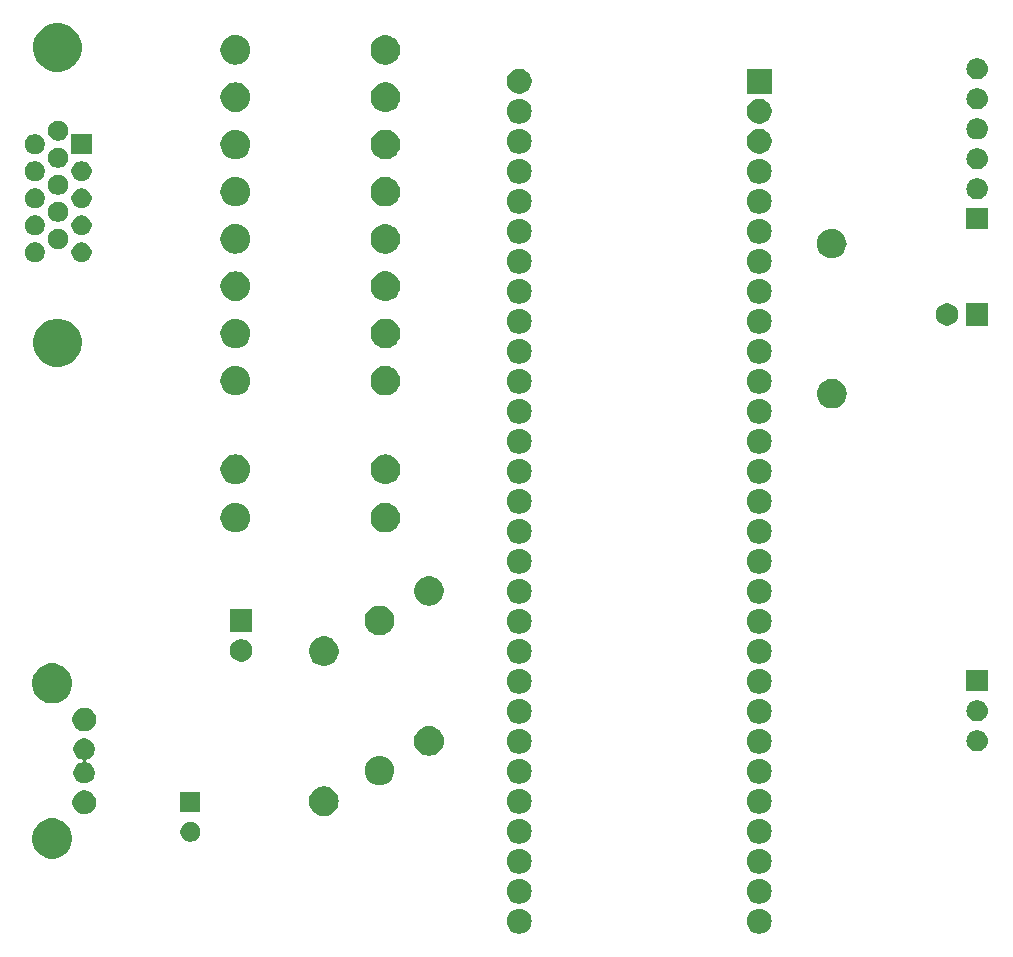
<source format=gbr>
G04 #@! TF.GenerationSoftware,KiCad,Pcbnew,5.0.2-bee76a0~70~ubuntu16.04.1*
G04 #@! TF.CreationDate,2024-02-25T21:22:06-04:00*
G04 #@! TF.ProjectId,leonrv,6c656f6e-7276-42e6-9b69-6361645f7063,rev?*
G04 #@! TF.SameCoordinates,Original*
G04 #@! TF.FileFunction,Soldermask,Bot*
G04 #@! TF.FilePolarity,Negative*
%FSLAX46Y46*%
G04 Gerber Fmt 4.6, Leading zero omitted, Abs format (unit mm)*
G04 Created by KiCad (PCBNEW 5.0.2-bee76a0~70~ubuntu16.04.1) date dom 25 feb 2024 21:22:06 -04*
%MOMM*%
%LPD*%
G01*
G04 APERTURE LIST*
%ADD10C,0.100000*%
G04 APERTURE END LIST*
D10*
G36*
X211273055Y-119204790D02*
X211396577Y-119216956D01*
X211594691Y-119277054D01*
X211777274Y-119374646D01*
X211937310Y-119505984D01*
X212068648Y-119666020D01*
X212166240Y-119848603D01*
X212226338Y-120046717D01*
X212246630Y-120252749D01*
X212226338Y-120458781D01*
X212166240Y-120656895D01*
X212068648Y-120839478D01*
X211937310Y-120999514D01*
X211777274Y-121130852D01*
X211594691Y-121228444D01*
X211396577Y-121288542D01*
X211273055Y-121300708D01*
X211242176Y-121303749D01*
X211138914Y-121303749D01*
X211108035Y-121300708D01*
X210984513Y-121288542D01*
X210786399Y-121228444D01*
X210603816Y-121130852D01*
X210443780Y-120999514D01*
X210312442Y-120839478D01*
X210214850Y-120656895D01*
X210154752Y-120458781D01*
X210134460Y-120252749D01*
X210154752Y-120046717D01*
X210214850Y-119848603D01*
X210312442Y-119666020D01*
X210443780Y-119505984D01*
X210603816Y-119374646D01*
X210786399Y-119277054D01*
X210984513Y-119216956D01*
X211108035Y-119204790D01*
X211138914Y-119201749D01*
X211242176Y-119201749D01*
X211273055Y-119204790D01*
X211273055Y-119204790D01*
G37*
G36*
X190953055Y-119204790D02*
X191076577Y-119216956D01*
X191274691Y-119277054D01*
X191457274Y-119374646D01*
X191617310Y-119505984D01*
X191748648Y-119666020D01*
X191846240Y-119848603D01*
X191906338Y-120046717D01*
X191926630Y-120252749D01*
X191906338Y-120458781D01*
X191846240Y-120656895D01*
X191748648Y-120839478D01*
X191617310Y-120999514D01*
X191457274Y-121130852D01*
X191274691Y-121228444D01*
X191076577Y-121288542D01*
X190953055Y-121300708D01*
X190922176Y-121303749D01*
X190818914Y-121303749D01*
X190788035Y-121300708D01*
X190664513Y-121288542D01*
X190466399Y-121228444D01*
X190283816Y-121130852D01*
X190123780Y-120999514D01*
X189992442Y-120839478D01*
X189894850Y-120656895D01*
X189834752Y-120458781D01*
X189814460Y-120252749D01*
X189834752Y-120046717D01*
X189894850Y-119848603D01*
X189992442Y-119666020D01*
X190123780Y-119505984D01*
X190283816Y-119374646D01*
X190466399Y-119277054D01*
X190664513Y-119216956D01*
X190788035Y-119204790D01*
X190818914Y-119201749D01*
X190922176Y-119201749D01*
X190953055Y-119204790D01*
X190953055Y-119204790D01*
G37*
G36*
X211273055Y-116664790D02*
X211396577Y-116676956D01*
X211594691Y-116737054D01*
X211777274Y-116834646D01*
X211937310Y-116965984D01*
X212068648Y-117126020D01*
X212166240Y-117308603D01*
X212226338Y-117506717D01*
X212246630Y-117712749D01*
X212226338Y-117918781D01*
X212166240Y-118116895D01*
X212068648Y-118299478D01*
X211937310Y-118459514D01*
X211777274Y-118590852D01*
X211594691Y-118688444D01*
X211396577Y-118748542D01*
X211273055Y-118760708D01*
X211242176Y-118763749D01*
X211138914Y-118763749D01*
X211108035Y-118760708D01*
X210984513Y-118748542D01*
X210786399Y-118688444D01*
X210603816Y-118590852D01*
X210443780Y-118459514D01*
X210312442Y-118299478D01*
X210214850Y-118116895D01*
X210154752Y-117918781D01*
X210134460Y-117712749D01*
X210154752Y-117506717D01*
X210214850Y-117308603D01*
X210312442Y-117126020D01*
X210443780Y-116965984D01*
X210603816Y-116834646D01*
X210786399Y-116737054D01*
X210984513Y-116676956D01*
X211108035Y-116664790D01*
X211138914Y-116661749D01*
X211242176Y-116661749D01*
X211273055Y-116664790D01*
X211273055Y-116664790D01*
G37*
G36*
X190953055Y-116664790D02*
X191076577Y-116676956D01*
X191274691Y-116737054D01*
X191457274Y-116834646D01*
X191617310Y-116965984D01*
X191748648Y-117126020D01*
X191846240Y-117308603D01*
X191906338Y-117506717D01*
X191926630Y-117712749D01*
X191906338Y-117918781D01*
X191846240Y-118116895D01*
X191748648Y-118299478D01*
X191617310Y-118459514D01*
X191457274Y-118590852D01*
X191274691Y-118688444D01*
X191076577Y-118748542D01*
X190953055Y-118760708D01*
X190922176Y-118763749D01*
X190818914Y-118763749D01*
X190788035Y-118760708D01*
X190664513Y-118748542D01*
X190466399Y-118688444D01*
X190283816Y-118590852D01*
X190123780Y-118459514D01*
X189992442Y-118299478D01*
X189894850Y-118116895D01*
X189834752Y-117918781D01*
X189814460Y-117712749D01*
X189834752Y-117506717D01*
X189894850Y-117308603D01*
X189992442Y-117126020D01*
X190123780Y-116965984D01*
X190283816Y-116834646D01*
X190466399Y-116737054D01*
X190664513Y-116676956D01*
X190788035Y-116664790D01*
X190818914Y-116661749D01*
X190922176Y-116661749D01*
X190953055Y-116664790D01*
X190953055Y-116664790D01*
G37*
G36*
X211273055Y-114124790D02*
X211396577Y-114136956D01*
X211594691Y-114197054D01*
X211777274Y-114294646D01*
X211937310Y-114425984D01*
X212068648Y-114586020D01*
X212159504Y-114756000D01*
X212161725Y-114760155D01*
X212166240Y-114768603D01*
X212226338Y-114966717D01*
X212246630Y-115172749D01*
X212226338Y-115378781D01*
X212166240Y-115576895D01*
X212068648Y-115759478D01*
X211937310Y-115919514D01*
X211777274Y-116050852D01*
X211594691Y-116148444D01*
X211396577Y-116208542D01*
X211273055Y-116220708D01*
X211242176Y-116223749D01*
X211138914Y-116223749D01*
X211108035Y-116220708D01*
X210984513Y-116208542D01*
X210786399Y-116148444D01*
X210603816Y-116050852D01*
X210443780Y-115919514D01*
X210312442Y-115759478D01*
X210214850Y-115576895D01*
X210154752Y-115378781D01*
X210134460Y-115172749D01*
X210154752Y-114966717D01*
X210214850Y-114768603D01*
X210219366Y-114760155D01*
X210221586Y-114756000D01*
X210312442Y-114586020D01*
X210443780Y-114425984D01*
X210603816Y-114294646D01*
X210786399Y-114197054D01*
X210984513Y-114136956D01*
X211108035Y-114124790D01*
X211138914Y-114121749D01*
X211242176Y-114121749D01*
X211273055Y-114124790D01*
X211273055Y-114124790D01*
G37*
G36*
X190953055Y-114124790D02*
X191076577Y-114136956D01*
X191274691Y-114197054D01*
X191457274Y-114294646D01*
X191617310Y-114425984D01*
X191748648Y-114586020D01*
X191839504Y-114756000D01*
X191841725Y-114760155D01*
X191846240Y-114768603D01*
X191906338Y-114966717D01*
X191926630Y-115172749D01*
X191906338Y-115378781D01*
X191846240Y-115576895D01*
X191748648Y-115759478D01*
X191617310Y-115919514D01*
X191457274Y-116050852D01*
X191274691Y-116148444D01*
X191076577Y-116208542D01*
X190953055Y-116220708D01*
X190922176Y-116223749D01*
X190818914Y-116223749D01*
X190788035Y-116220708D01*
X190664513Y-116208542D01*
X190466399Y-116148444D01*
X190283816Y-116050852D01*
X190123780Y-115919514D01*
X189992442Y-115759478D01*
X189894850Y-115576895D01*
X189834752Y-115378781D01*
X189814460Y-115172749D01*
X189834752Y-114966717D01*
X189894850Y-114768603D01*
X189899366Y-114760155D01*
X189901586Y-114756000D01*
X189992442Y-114586020D01*
X190123780Y-114425984D01*
X190283816Y-114294646D01*
X190466399Y-114197054D01*
X190664513Y-114136956D01*
X190788035Y-114124790D01*
X190818914Y-114121749D01*
X190922176Y-114121749D01*
X190953055Y-114124790D01*
X190953055Y-114124790D01*
G37*
G36*
X151816705Y-111617117D02*
X151816707Y-111617118D01*
X151816708Y-111617118D01*
X151913122Y-111657054D01*
X152126271Y-111745343D01*
X152404872Y-111931498D01*
X152641796Y-112168422D01*
X152827951Y-112447023D01*
X152956177Y-112756589D01*
X153021545Y-113085214D01*
X153021545Y-113420284D01*
X152956177Y-113748909D01*
X152827951Y-114058475D01*
X152641796Y-114337076D01*
X152404872Y-114574000D01*
X152126271Y-114760155D01*
X151931059Y-114841014D01*
X151816708Y-114888380D01*
X151816707Y-114888380D01*
X151816705Y-114888381D01*
X151488080Y-114953749D01*
X151153010Y-114953749D01*
X150824385Y-114888381D01*
X150824383Y-114888380D01*
X150824382Y-114888380D01*
X150710031Y-114841014D01*
X150514819Y-114760155D01*
X150236218Y-114574000D01*
X149999294Y-114337076D01*
X149813139Y-114058475D01*
X149684913Y-113748909D01*
X149619545Y-113420284D01*
X149619545Y-113085214D01*
X149684913Y-112756589D01*
X149813139Y-112447023D01*
X149999294Y-112168422D01*
X150236218Y-111931498D01*
X150514819Y-111745343D01*
X150727968Y-111657054D01*
X150824382Y-111617118D01*
X150824383Y-111617118D01*
X150824385Y-111617117D01*
X151153010Y-111551749D01*
X151488080Y-111551749D01*
X151816705Y-111617117D01*
X151816705Y-111617117D01*
G37*
G36*
X190953055Y-111584790D02*
X191076577Y-111596956D01*
X191274691Y-111657054D01*
X191457274Y-111754646D01*
X191617310Y-111885984D01*
X191748648Y-112046020D01*
X191846240Y-112228603D01*
X191906338Y-112426717D01*
X191926630Y-112632749D01*
X191906338Y-112838781D01*
X191846240Y-113036895D01*
X191748648Y-113219478D01*
X191617310Y-113379514D01*
X191457274Y-113510852D01*
X191274691Y-113608444D01*
X191076577Y-113668542D01*
X190953055Y-113680708D01*
X190922176Y-113683749D01*
X190818914Y-113683749D01*
X190788035Y-113680708D01*
X190664513Y-113668542D01*
X190466399Y-113608444D01*
X190283816Y-113510852D01*
X190123780Y-113379514D01*
X189992442Y-113219478D01*
X189894850Y-113036895D01*
X189834752Y-112838781D01*
X189814460Y-112632749D01*
X189834752Y-112426717D01*
X189894850Y-112228603D01*
X189992442Y-112046020D01*
X190123780Y-111885984D01*
X190283816Y-111754646D01*
X190466399Y-111657054D01*
X190664513Y-111596956D01*
X190788035Y-111584790D01*
X190818914Y-111581749D01*
X190922176Y-111581749D01*
X190953055Y-111584790D01*
X190953055Y-111584790D01*
G37*
G36*
X211273055Y-111584790D02*
X211396577Y-111596956D01*
X211594691Y-111657054D01*
X211777274Y-111754646D01*
X211937310Y-111885984D01*
X212068648Y-112046020D01*
X212166240Y-112228603D01*
X212226338Y-112426717D01*
X212246630Y-112632749D01*
X212226338Y-112838781D01*
X212166240Y-113036895D01*
X212068648Y-113219478D01*
X211937310Y-113379514D01*
X211777274Y-113510852D01*
X211594691Y-113608444D01*
X211396577Y-113668542D01*
X211273055Y-113680708D01*
X211242176Y-113683749D01*
X211138914Y-113683749D01*
X211108035Y-113680708D01*
X210984513Y-113668542D01*
X210786399Y-113608444D01*
X210603816Y-113510852D01*
X210443780Y-113379514D01*
X210312442Y-113219478D01*
X210214850Y-113036895D01*
X210154752Y-112838781D01*
X210134460Y-112632749D01*
X210154752Y-112426717D01*
X210214850Y-112228603D01*
X210312442Y-112046020D01*
X210443780Y-111885984D01*
X210603816Y-111754646D01*
X210786399Y-111657054D01*
X210984513Y-111596956D01*
X211108035Y-111584790D01*
X211138914Y-111581749D01*
X211242176Y-111581749D01*
X211273055Y-111584790D01*
X211273055Y-111584790D01*
G37*
G36*
X163278773Y-111864452D02*
X163433645Y-111928602D01*
X163573026Y-112021734D01*
X163691560Y-112140268D01*
X163784692Y-112279649D01*
X163848842Y-112434521D01*
X163881545Y-112598933D01*
X163881545Y-112766565D01*
X163848842Y-112930977D01*
X163784692Y-113085849D01*
X163691560Y-113225230D01*
X163573026Y-113343764D01*
X163433645Y-113436896D01*
X163278773Y-113501046D01*
X163114361Y-113533749D01*
X162946729Y-113533749D01*
X162782317Y-113501046D01*
X162627445Y-113436896D01*
X162488064Y-113343764D01*
X162369530Y-113225230D01*
X162276398Y-113085849D01*
X162212248Y-112930977D01*
X162179545Y-112766565D01*
X162179545Y-112598933D01*
X162212248Y-112434521D01*
X162276398Y-112279649D01*
X162369530Y-112140268D01*
X162488064Y-112021734D01*
X162627445Y-111928602D01*
X162782317Y-111864452D01*
X162946729Y-111831749D01*
X163114361Y-111831749D01*
X163278773Y-111864452D01*
X163278773Y-111864452D01*
G37*
G36*
X174575784Y-108849850D02*
X174811598Y-108921383D01*
X175028926Y-109037548D01*
X175219416Y-109193878D01*
X175375746Y-109384368D01*
X175491911Y-109601696D01*
X175563444Y-109837510D01*
X175587598Y-110082749D01*
X175563444Y-110327988D01*
X175491911Y-110563802D01*
X175375746Y-110781130D01*
X175219416Y-110971620D01*
X175028926Y-111127950D01*
X174811598Y-111244115D01*
X174575784Y-111315648D01*
X174392002Y-111333749D01*
X174269088Y-111333749D01*
X174085306Y-111315648D01*
X173849492Y-111244115D01*
X173632164Y-111127950D01*
X173441674Y-110971620D01*
X173285344Y-110781130D01*
X173169179Y-110563802D01*
X173097646Y-110327988D01*
X173073492Y-110082749D01*
X173097646Y-109837510D01*
X173169179Y-109601696D01*
X173285344Y-109384368D01*
X173441674Y-109193878D01*
X173632164Y-109037548D01*
X173849492Y-108921383D01*
X174085306Y-108849850D01*
X174269088Y-108831749D01*
X174392002Y-108831749D01*
X174575784Y-108849850D01*
X174575784Y-108849850D01*
G37*
G36*
X154322526Y-109220217D02*
X154504695Y-109295674D01*
X154668648Y-109405224D01*
X154808070Y-109544646D01*
X154917620Y-109708599D01*
X154993077Y-109890768D01*
X155031545Y-110084159D01*
X155031545Y-110281339D01*
X154993077Y-110474730D01*
X154917620Y-110656899D01*
X154808070Y-110820852D01*
X154668648Y-110960274D01*
X154504695Y-111069824D01*
X154362937Y-111128542D01*
X154322526Y-111145281D01*
X154129135Y-111183749D01*
X153931955Y-111183749D01*
X153738564Y-111145281D01*
X153698153Y-111128542D01*
X153556395Y-111069824D01*
X153392442Y-110960274D01*
X153253020Y-110820852D01*
X153143470Y-110656899D01*
X153068013Y-110474730D01*
X153029545Y-110281339D01*
X153029545Y-110084159D01*
X153068013Y-109890768D01*
X153143470Y-109708599D01*
X153253020Y-109544646D01*
X153392442Y-109405224D01*
X153556395Y-109295674D01*
X153738564Y-109220217D01*
X153931955Y-109181749D01*
X154129135Y-109181749D01*
X154322526Y-109220217D01*
X154322526Y-109220217D01*
G37*
G36*
X211273055Y-109044790D02*
X211396577Y-109056956D01*
X211594691Y-109117054D01*
X211777274Y-109214646D01*
X211937310Y-109345984D01*
X212068648Y-109506020D01*
X212166240Y-109688603D01*
X212226338Y-109886717D01*
X212246630Y-110092749D01*
X212226338Y-110298781D01*
X212166240Y-110496895D01*
X212068648Y-110679478D01*
X211937310Y-110839514D01*
X211777274Y-110970852D01*
X211594691Y-111068444D01*
X211396577Y-111128542D01*
X211273055Y-111140708D01*
X211242176Y-111143749D01*
X211138914Y-111143749D01*
X211108035Y-111140708D01*
X210984513Y-111128542D01*
X210786399Y-111068444D01*
X210603816Y-110970852D01*
X210443780Y-110839514D01*
X210312442Y-110679478D01*
X210214850Y-110496895D01*
X210154752Y-110298781D01*
X210134460Y-110092749D01*
X210154752Y-109886717D01*
X210214850Y-109688603D01*
X210312442Y-109506020D01*
X210443780Y-109345984D01*
X210603816Y-109214646D01*
X210786399Y-109117054D01*
X210984513Y-109056956D01*
X211108035Y-109044790D01*
X211138914Y-109041749D01*
X211242176Y-109041749D01*
X211273055Y-109044790D01*
X211273055Y-109044790D01*
G37*
G36*
X190953055Y-109044790D02*
X191076577Y-109056956D01*
X191274691Y-109117054D01*
X191457274Y-109214646D01*
X191617310Y-109345984D01*
X191748648Y-109506020D01*
X191846240Y-109688603D01*
X191906338Y-109886717D01*
X191926630Y-110092749D01*
X191906338Y-110298781D01*
X191846240Y-110496895D01*
X191748648Y-110679478D01*
X191617310Y-110839514D01*
X191457274Y-110970852D01*
X191274691Y-111068444D01*
X191076577Y-111128542D01*
X190953055Y-111140708D01*
X190922176Y-111143749D01*
X190818914Y-111143749D01*
X190788035Y-111140708D01*
X190664513Y-111128542D01*
X190466399Y-111068444D01*
X190283816Y-110970852D01*
X190123780Y-110839514D01*
X189992442Y-110679478D01*
X189894850Y-110496895D01*
X189834752Y-110298781D01*
X189814460Y-110092749D01*
X189834752Y-109886717D01*
X189894850Y-109688603D01*
X189992442Y-109506020D01*
X190123780Y-109345984D01*
X190283816Y-109214646D01*
X190466399Y-109117054D01*
X190664513Y-109056956D01*
X190788035Y-109044790D01*
X190818914Y-109041749D01*
X190922176Y-109041749D01*
X190953055Y-109044790D01*
X190953055Y-109044790D01*
G37*
G36*
X163881545Y-111033749D02*
X162179545Y-111033749D01*
X162179545Y-109331749D01*
X163881545Y-109331749D01*
X163881545Y-111033749D01*
X163881545Y-111033749D01*
G37*
G36*
X179275784Y-106249850D02*
X179511598Y-106321383D01*
X179728926Y-106437548D01*
X179919416Y-106593878D01*
X180075746Y-106784368D01*
X180191911Y-107001696D01*
X180263444Y-107237510D01*
X180287598Y-107482749D01*
X180263444Y-107727988D01*
X180191911Y-107963802D01*
X180075746Y-108181130D01*
X179919416Y-108371620D01*
X179728926Y-108527950D01*
X179511598Y-108644115D01*
X179275784Y-108715648D01*
X179092002Y-108733749D01*
X178969088Y-108733749D01*
X178785306Y-108715648D01*
X178549492Y-108644115D01*
X178332164Y-108527950D01*
X178141674Y-108371620D01*
X177985344Y-108181130D01*
X177869179Y-107963802D01*
X177797646Y-107727988D01*
X177773492Y-107482749D01*
X177797646Y-107237510D01*
X177869179Y-107001696D01*
X177985344Y-106784368D01*
X178141674Y-106593878D01*
X178332164Y-106437548D01*
X178549492Y-106321383D01*
X178785306Y-106249850D01*
X178969088Y-106231749D01*
X179092002Y-106231749D01*
X179275784Y-106249850D01*
X179275784Y-106249850D01*
G37*
G36*
X190953055Y-106504790D02*
X191076577Y-106516956D01*
X191274691Y-106577054D01*
X191274693Y-106577055D01*
X191287217Y-106583749D01*
X191457274Y-106674646D01*
X191617310Y-106805984D01*
X191748648Y-106966020D01*
X191846240Y-107148603D01*
X191906338Y-107346717D01*
X191926630Y-107552749D01*
X191906338Y-107758781D01*
X191846240Y-107956895D01*
X191748648Y-108139478D01*
X191617310Y-108299514D01*
X191457274Y-108430852D01*
X191274691Y-108528444D01*
X191076577Y-108588542D01*
X190953055Y-108600708D01*
X190922176Y-108603749D01*
X190818914Y-108603749D01*
X190788035Y-108600708D01*
X190664513Y-108588542D01*
X190466399Y-108528444D01*
X190283816Y-108430852D01*
X190123780Y-108299514D01*
X189992442Y-108139478D01*
X189894850Y-107956895D01*
X189834752Y-107758781D01*
X189814460Y-107552749D01*
X189834752Y-107346717D01*
X189894850Y-107148603D01*
X189992442Y-106966020D01*
X190123780Y-106805984D01*
X190283816Y-106674646D01*
X190453873Y-106583749D01*
X190466397Y-106577055D01*
X190466399Y-106577054D01*
X190664513Y-106516956D01*
X190788035Y-106504790D01*
X190818914Y-106501749D01*
X190922176Y-106501749D01*
X190953055Y-106504790D01*
X190953055Y-106504790D01*
G37*
G36*
X211273055Y-106504790D02*
X211396577Y-106516956D01*
X211594691Y-106577054D01*
X211594693Y-106577055D01*
X211607217Y-106583749D01*
X211777274Y-106674646D01*
X211937310Y-106805984D01*
X212068648Y-106966020D01*
X212166240Y-107148603D01*
X212226338Y-107346717D01*
X212246630Y-107552749D01*
X212226338Y-107758781D01*
X212166240Y-107956895D01*
X212068648Y-108139478D01*
X211937310Y-108299514D01*
X211777274Y-108430852D01*
X211594691Y-108528444D01*
X211396577Y-108588542D01*
X211273055Y-108600708D01*
X211242176Y-108603749D01*
X211138914Y-108603749D01*
X211108035Y-108600708D01*
X210984513Y-108588542D01*
X210786399Y-108528444D01*
X210603816Y-108430852D01*
X210443780Y-108299514D01*
X210312442Y-108139478D01*
X210214850Y-107956895D01*
X210154752Y-107758781D01*
X210134460Y-107552749D01*
X210154752Y-107346717D01*
X210214850Y-107148603D01*
X210312442Y-106966020D01*
X210443780Y-106805984D01*
X210603816Y-106674646D01*
X210773873Y-106583749D01*
X210786397Y-106577055D01*
X210786399Y-106577054D01*
X210984513Y-106516956D01*
X211108035Y-106504790D01*
X211138914Y-106501749D01*
X211242176Y-106501749D01*
X211273055Y-106504790D01*
X211273055Y-106504790D01*
G37*
G36*
X154293357Y-104816373D02*
X154457329Y-104884293D01*
X154604899Y-104982896D01*
X154730398Y-105108395D01*
X154829001Y-105255965D01*
X154896921Y-105419937D01*
X154931545Y-105594008D01*
X154931545Y-105771490D01*
X154896921Y-105945561D01*
X154829001Y-106109533D01*
X154730398Y-106257103D01*
X154604899Y-106382602D01*
X154457329Y-106481205D01*
X154293357Y-106549125D01*
X154237912Y-106560153D01*
X154214471Y-106567264D01*
X154192860Y-106578816D01*
X154173918Y-106594361D01*
X154158373Y-106613303D01*
X154146822Y-106634914D01*
X154139709Y-106658363D01*
X154137307Y-106682749D01*
X154139709Y-106707136D01*
X154146822Y-106730585D01*
X154158374Y-106752196D01*
X154173919Y-106771138D01*
X154192861Y-106786683D01*
X154214472Y-106798234D01*
X154237912Y-106805345D01*
X154293357Y-106816373D01*
X154457329Y-106884293D01*
X154604899Y-106982896D01*
X154730398Y-107108395D01*
X154829001Y-107255965D01*
X154896921Y-107419937D01*
X154931545Y-107594008D01*
X154931545Y-107771490D01*
X154896921Y-107945561D01*
X154829001Y-108109533D01*
X154730398Y-108257103D01*
X154604899Y-108382602D01*
X154457329Y-108481205D01*
X154293357Y-108549125D01*
X154119286Y-108583749D01*
X153941804Y-108583749D01*
X153767733Y-108549125D01*
X153603761Y-108481205D01*
X153456191Y-108382602D01*
X153330692Y-108257103D01*
X153232089Y-108109533D01*
X153164169Y-107945561D01*
X153129545Y-107771490D01*
X153129545Y-107594008D01*
X153164169Y-107419937D01*
X153232089Y-107255965D01*
X153330692Y-107108395D01*
X153456191Y-106982896D01*
X153603761Y-106884293D01*
X153767733Y-106816373D01*
X153823178Y-106805345D01*
X153846619Y-106798234D01*
X153868230Y-106786682D01*
X153887172Y-106771137D01*
X153902717Y-106752195D01*
X153914268Y-106730584D01*
X153921381Y-106707135D01*
X153923783Y-106682749D01*
X153921381Y-106658362D01*
X153914268Y-106634913D01*
X153902716Y-106613302D01*
X153887171Y-106594360D01*
X153868229Y-106578815D01*
X153846618Y-106567264D01*
X153823178Y-106560153D01*
X153767733Y-106549125D01*
X153603761Y-106481205D01*
X153456191Y-106382602D01*
X153330692Y-106257103D01*
X153232089Y-106109533D01*
X153164169Y-105945561D01*
X153129545Y-105771490D01*
X153129545Y-105594008D01*
X153164169Y-105419937D01*
X153232089Y-105255965D01*
X153330692Y-105108395D01*
X153456191Y-104982896D01*
X153603761Y-104884293D01*
X153767733Y-104816373D01*
X153941804Y-104781749D01*
X154119286Y-104781749D01*
X154293357Y-104816373D01*
X154293357Y-104816373D01*
G37*
G36*
X183475784Y-103749850D02*
X183711598Y-103821383D01*
X183928926Y-103937548D01*
X184119416Y-104093878D01*
X184275746Y-104284368D01*
X184391911Y-104501696D01*
X184463444Y-104737510D01*
X184487598Y-104982749D01*
X184463444Y-105227988D01*
X184391911Y-105463802D01*
X184275746Y-105681130D01*
X184119416Y-105871620D01*
X183928926Y-106027950D01*
X183711598Y-106144115D01*
X183475784Y-106215648D01*
X183292002Y-106233749D01*
X183169088Y-106233749D01*
X182985306Y-106215648D01*
X182749492Y-106144115D01*
X182532164Y-106027950D01*
X182341674Y-105871620D01*
X182185344Y-105681130D01*
X182069179Y-105463802D01*
X181997646Y-105227988D01*
X181973492Y-104982749D01*
X181997646Y-104737510D01*
X182069179Y-104501696D01*
X182185344Y-104284368D01*
X182341674Y-104093878D01*
X182532164Y-103937548D01*
X182749492Y-103821383D01*
X182985306Y-103749850D01*
X183169088Y-103731749D01*
X183292002Y-103731749D01*
X183475784Y-103749850D01*
X183475784Y-103749850D01*
G37*
G36*
X211273055Y-103964790D02*
X211396577Y-103976956D01*
X211594691Y-104037054D01*
X211777274Y-104134646D01*
X211937310Y-104265984D01*
X212068648Y-104426020D01*
X212166240Y-104608603D01*
X212226338Y-104806717D01*
X212246630Y-105012749D01*
X212226338Y-105218781D01*
X212166240Y-105416895D01*
X212068648Y-105599478D01*
X211937310Y-105759514D01*
X211777274Y-105890852D01*
X211594691Y-105988444D01*
X211396577Y-106048542D01*
X211273055Y-106060708D01*
X211242176Y-106063749D01*
X211138914Y-106063749D01*
X211108035Y-106060708D01*
X210984513Y-106048542D01*
X210786399Y-105988444D01*
X210603816Y-105890852D01*
X210443780Y-105759514D01*
X210312442Y-105599478D01*
X210214850Y-105416895D01*
X210154752Y-105218781D01*
X210134460Y-105012749D01*
X210154752Y-104806717D01*
X210214850Y-104608603D01*
X210312442Y-104426020D01*
X210443780Y-104265984D01*
X210603816Y-104134646D01*
X210786399Y-104037054D01*
X210984513Y-103976956D01*
X211108035Y-103964790D01*
X211138914Y-103961749D01*
X211242176Y-103961749D01*
X211273055Y-103964790D01*
X211273055Y-103964790D01*
G37*
G36*
X190953055Y-103964790D02*
X191076577Y-103976956D01*
X191274691Y-104037054D01*
X191457274Y-104134646D01*
X191617310Y-104265984D01*
X191748648Y-104426020D01*
X191846240Y-104608603D01*
X191906338Y-104806717D01*
X191926630Y-105012749D01*
X191906338Y-105218781D01*
X191846240Y-105416895D01*
X191748648Y-105599478D01*
X191617310Y-105759514D01*
X191457274Y-105890852D01*
X191274691Y-105988444D01*
X191076577Y-106048542D01*
X190953055Y-106060708D01*
X190922176Y-106063749D01*
X190818914Y-106063749D01*
X190788035Y-106060708D01*
X190664513Y-106048542D01*
X190466399Y-105988444D01*
X190283816Y-105890852D01*
X190123780Y-105759514D01*
X189992442Y-105599478D01*
X189894850Y-105416895D01*
X189834752Y-105218781D01*
X189814460Y-105012749D01*
X189834752Y-104806717D01*
X189894850Y-104608603D01*
X189992442Y-104426020D01*
X190123780Y-104265984D01*
X190283816Y-104134646D01*
X190466399Y-104037054D01*
X190664513Y-103976956D01*
X190788035Y-103964790D01*
X190818914Y-103961749D01*
X190922176Y-103961749D01*
X190953055Y-103964790D01*
X190953055Y-103964790D01*
G37*
G36*
X229740988Y-104088268D02*
X229807172Y-104094786D01*
X229920398Y-104129133D01*
X229977012Y-104146306D01*
X230115632Y-104220401D01*
X230133536Y-104229971D01*
X230169274Y-104259301D01*
X230270731Y-104342563D01*
X230339221Y-104426020D01*
X230383323Y-104479758D01*
X230383324Y-104479760D01*
X230466988Y-104636282D01*
X230466988Y-104636283D01*
X230518508Y-104806122D01*
X230535904Y-104982749D01*
X230518508Y-105159376D01*
X230497696Y-105227984D01*
X230466988Y-105329216D01*
X230420122Y-105416895D01*
X230383323Y-105485740D01*
X230353993Y-105521478D01*
X230270731Y-105622935D01*
X230169274Y-105706197D01*
X230133536Y-105735527D01*
X230133534Y-105735528D01*
X229977012Y-105819192D01*
X229920398Y-105836365D01*
X229807172Y-105870712D01*
X229740987Y-105877231D01*
X229674805Y-105883749D01*
X229586285Y-105883749D01*
X229520103Y-105877231D01*
X229453918Y-105870712D01*
X229340692Y-105836365D01*
X229284078Y-105819192D01*
X229127556Y-105735528D01*
X229127554Y-105735527D01*
X229091816Y-105706197D01*
X228990359Y-105622935D01*
X228907097Y-105521478D01*
X228877767Y-105485740D01*
X228840968Y-105416895D01*
X228794102Y-105329216D01*
X228763394Y-105227984D01*
X228742582Y-105159376D01*
X228725186Y-104982749D01*
X228742582Y-104806122D01*
X228794102Y-104636283D01*
X228794102Y-104636282D01*
X228877766Y-104479760D01*
X228877767Y-104479758D01*
X228921869Y-104426020D01*
X228990359Y-104342563D01*
X229091816Y-104259301D01*
X229127554Y-104229971D01*
X229145458Y-104220401D01*
X229284078Y-104146306D01*
X229340692Y-104129133D01*
X229453918Y-104094786D01*
X229520103Y-104088267D01*
X229586285Y-104081749D01*
X229674805Y-104081749D01*
X229740988Y-104088268D01*
X229740988Y-104088268D01*
G37*
G36*
X154322526Y-102220217D02*
X154504695Y-102295674D01*
X154668648Y-102405224D01*
X154808070Y-102544646D01*
X154917620Y-102708599D01*
X154993077Y-102890768D01*
X155031545Y-103084159D01*
X155031545Y-103281339D01*
X154993077Y-103474730D01*
X154917620Y-103656899D01*
X154808070Y-103820852D01*
X154668648Y-103960274D01*
X154504695Y-104069824D01*
X154348201Y-104134646D01*
X154322526Y-104145281D01*
X154129135Y-104183749D01*
X153931955Y-104183749D01*
X153738564Y-104145281D01*
X153712889Y-104134646D01*
X153556395Y-104069824D01*
X153392442Y-103960274D01*
X153253020Y-103820852D01*
X153143470Y-103656899D01*
X153068013Y-103474730D01*
X153029545Y-103281339D01*
X153029545Y-103084159D01*
X153068013Y-102890768D01*
X153143470Y-102708599D01*
X153253020Y-102544646D01*
X153392442Y-102405224D01*
X153556395Y-102295674D01*
X153738564Y-102220217D01*
X153931955Y-102181749D01*
X154129135Y-102181749D01*
X154322526Y-102220217D01*
X154322526Y-102220217D01*
G37*
G36*
X211273055Y-101424790D02*
X211396577Y-101436956D01*
X211594691Y-101497054D01*
X211777274Y-101594646D01*
X211937310Y-101725984D01*
X212068648Y-101886020D01*
X212166240Y-102068603D01*
X212226338Y-102266717D01*
X212246630Y-102472749D01*
X212226338Y-102678781D01*
X212166240Y-102876895D01*
X212068648Y-103059478D01*
X211937310Y-103219514D01*
X211777274Y-103350852D01*
X211594691Y-103448444D01*
X211396577Y-103508542D01*
X211273055Y-103520708D01*
X211242176Y-103523749D01*
X211138914Y-103523749D01*
X211108035Y-103520708D01*
X210984513Y-103508542D01*
X210786399Y-103448444D01*
X210603816Y-103350852D01*
X210443780Y-103219514D01*
X210312442Y-103059478D01*
X210214850Y-102876895D01*
X210154752Y-102678781D01*
X210134460Y-102472749D01*
X210154752Y-102266717D01*
X210214850Y-102068603D01*
X210312442Y-101886020D01*
X210443780Y-101725984D01*
X210603816Y-101594646D01*
X210786399Y-101497054D01*
X210984513Y-101436956D01*
X211108035Y-101424790D01*
X211138914Y-101421749D01*
X211242176Y-101421749D01*
X211273055Y-101424790D01*
X211273055Y-101424790D01*
G37*
G36*
X190953055Y-101424790D02*
X191076577Y-101436956D01*
X191274691Y-101497054D01*
X191457274Y-101594646D01*
X191617310Y-101725984D01*
X191748648Y-101886020D01*
X191846240Y-102068603D01*
X191906338Y-102266717D01*
X191926630Y-102472749D01*
X191906338Y-102678781D01*
X191846240Y-102876895D01*
X191748648Y-103059478D01*
X191617310Y-103219514D01*
X191457274Y-103350852D01*
X191274691Y-103448444D01*
X191076577Y-103508542D01*
X190953055Y-103520708D01*
X190922176Y-103523749D01*
X190818914Y-103523749D01*
X190788035Y-103520708D01*
X190664513Y-103508542D01*
X190466399Y-103448444D01*
X190283816Y-103350852D01*
X190123780Y-103219514D01*
X189992442Y-103059478D01*
X189894850Y-102876895D01*
X189834752Y-102678781D01*
X189814460Y-102472749D01*
X189834752Y-102266717D01*
X189894850Y-102068603D01*
X189992442Y-101886020D01*
X190123780Y-101725984D01*
X190283816Y-101594646D01*
X190466399Y-101497054D01*
X190664513Y-101436956D01*
X190788035Y-101424790D01*
X190818914Y-101421749D01*
X190922176Y-101421749D01*
X190953055Y-101424790D01*
X190953055Y-101424790D01*
G37*
G36*
X229740988Y-101548268D02*
X229807172Y-101554786D01*
X229920398Y-101589133D01*
X229977012Y-101606306D01*
X230115632Y-101680401D01*
X230133536Y-101689971D01*
X230169274Y-101719301D01*
X230270731Y-101802563D01*
X230339221Y-101886020D01*
X230383323Y-101939758D01*
X230383324Y-101939760D01*
X230466988Y-102096282D01*
X230466988Y-102096283D01*
X230518508Y-102266122D01*
X230535904Y-102442749D01*
X230518508Y-102619376D01*
X230484161Y-102732602D01*
X230466988Y-102789216D01*
X230392893Y-102927836D01*
X230383323Y-102945740D01*
X230353993Y-102981478D01*
X230270731Y-103082935D01*
X230169274Y-103166197D01*
X230133536Y-103195527D01*
X230133534Y-103195528D01*
X229977012Y-103279192D01*
X229920398Y-103296365D01*
X229807172Y-103330712D01*
X229740988Y-103337230D01*
X229674805Y-103343749D01*
X229586285Y-103343749D01*
X229520102Y-103337230D01*
X229453918Y-103330712D01*
X229340692Y-103296365D01*
X229284078Y-103279192D01*
X229127556Y-103195528D01*
X229127554Y-103195527D01*
X229091816Y-103166197D01*
X228990359Y-103082935D01*
X228907097Y-102981478D01*
X228877767Y-102945740D01*
X228868197Y-102927836D01*
X228794102Y-102789216D01*
X228776929Y-102732602D01*
X228742582Y-102619376D01*
X228725186Y-102442749D01*
X228742582Y-102266122D01*
X228794102Y-102096283D01*
X228794102Y-102096282D01*
X228877766Y-101939760D01*
X228877767Y-101939758D01*
X228921869Y-101886020D01*
X228990359Y-101802563D01*
X229091816Y-101719301D01*
X229127554Y-101689971D01*
X229145458Y-101680401D01*
X229284078Y-101606306D01*
X229340692Y-101589133D01*
X229453918Y-101554786D01*
X229520102Y-101548268D01*
X229586285Y-101541749D01*
X229674805Y-101541749D01*
X229740988Y-101548268D01*
X229740988Y-101548268D01*
G37*
G36*
X151816705Y-98477117D02*
X151816707Y-98477118D01*
X151816708Y-98477118D01*
X151931059Y-98524484D01*
X152126271Y-98605343D01*
X152404872Y-98791498D01*
X152641796Y-99028422D01*
X152827951Y-99307023D01*
X152956177Y-99616589D01*
X153021545Y-99945214D01*
X153021545Y-100280284D01*
X152956177Y-100608909D01*
X152827951Y-100918475D01*
X152641796Y-101197076D01*
X152404872Y-101434000D01*
X152126271Y-101620155D01*
X151957722Y-101689970D01*
X151816708Y-101748380D01*
X151816707Y-101748380D01*
X151816705Y-101748381D01*
X151488080Y-101813749D01*
X151153010Y-101813749D01*
X150824385Y-101748381D01*
X150824383Y-101748380D01*
X150824382Y-101748380D01*
X150683368Y-101689970D01*
X150514819Y-101620155D01*
X150236218Y-101434000D01*
X149999294Y-101197076D01*
X149813139Y-100918475D01*
X149684913Y-100608909D01*
X149619545Y-100280284D01*
X149619545Y-99945214D01*
X149684913Y-99616589D01*
X149813139Y-99307023D01*
X149999294Y-99028422D01*
X150236218Y-98791498D01*
X150514819Y-98605343D01*
X150710031Y-98524484D01*
X150824382Y-98477118D01*
X150824383Y-98477118D01*
X150824385Y-98477117D01*
X151153010Y-98411749D01*
X151488080Y-98411749D01*
X151816705Y-98477117D01*
X151816705Y-98477117D01*
G37*
G36*
X211273055Y-98884790D02*
X211396577Y-98896956D01*
X211594691Y-98957054D01*
X211777274Y-99054646D01*
X211937310Y-99185984D01*
X212068648Y-99346020D01*
X212166240Y-99528603D01*
X212226338Y-99726717D01*
X212246630Y-99932749D01*
X212226338Y-100138781D01*
X212166240Y-100336895D01*
X212068648Y-100519478D01*
X211937310Y-100679514D01*
X211777274Y-100810852D01*
X211594691Y-100908444D01*
X211396577Y-100968542D01*
X211273055Y-100980708D01*
X211242176Y-100983749D01*
X211138914Y-100983749D01*
X211108035Y-100980708D01*
X210984513Y-100968542D01*
X210786399Y-100908444D01*
X210603816Y-100810852D01*
X210443780Y-100679514D01*
X210312442Y-100519478D01*
X210214850Y-100336895D01*
X210154752Y-100138781D01*
X210134460Y-99932749D01*
X210154752Y-99726717D01*
X210214850Y-99528603D01*
X210312442Y-99346020D01*
X210443780Y-99185984D01*
X210603816Y-99054646D01*
X210786399Y-98957054D01*
X210984513Y-98896956D01*
X211108035Y-98884790D01*
X211138914Y-98881749D01*
X211242176Y-98881749D01*
X211273055Y-98884790D01*
X211273055Y-98884790D01*
G37*
G36*
X190953055Y-98884790D02*
X191076577Y-98896956D01*
X191274691Y-98957054D01*
X191457274Y-99054646D01*
X191617310Y-99185984D01*
X191748648Y-99346020D01*
X191846240Y-99528603D01*
X191906338Y-99726717D01*
X191926630Y-99932749D01*
X191906338Y-100138781D01*
X191846240Y-100336895D01*
X191748648Y-100519478D01*
X191617310Y-100679514D01*
X191457274Y-100810852D01*
X191274691Y-100908444D01*
X191076577Y-100968542D01*
X190953055Y-100980708D01*
X190922176Y-100983749D01*
X190818914Y-100983749D01*
X190788035Y-100980708D01*
X190664513Y-100968542D01*
X190466399Y-100908444D01*
X190283816Y-100810852D01*
X190123780Y-100679514D01*
X189992442Y-100519478D01*
X189894850Y-100336895D01*
X189834752Y-100138781D01*
X189814460Y-99932749D01*
X189834752Y-99726717D01*
X189894850Y-99528603D01*
X189992442Y-99346020D01*
X190123780Y-99185984D01*
X190283816Y-99054646D01*
X190466399Y-98957054D01*
X190664513Y-98896956D01*
X190788035Y-98884790D01*
X190818914Y-98881749D01*
X190922176Y-98881749D01*
X190953055Y-98884790D01*
X190953055Y-98884790D01*
G37*
G36*
X230531545Y-100803749D02*
X228729545Y-100803749D01*
X228729545Y-99001749D01*
X230531545Y-99001749D01*
X230531545Y-100803749D01*
X230531545Y-100803749D01*
G37*
G36*
X174514181Y-96143768D02*
X174695448Y-96179824D01*
X174923116Y-96274127D01*
X175069217Y-96371749D01*
X175128014Y-96411036D01*
X175302258Y-96585280D01*
X175302260Y-96585283D01*
X175439167Y-96790178D01*
X175533470Y-97017846D01*
X175581545Y-97259536D01*
X175581545Y-97505962D01*
X175533470Y-97747652D01*
X175439167Y-97975320D01*
X175312083Y-98165514D01*
X175302258Y-98180218D01*
X175128014Y-98354462D01*
X175128011Y-98354464D01*
X174923116Y-98491371D01*
X174695448Y-98585674D01*
X174514181Y-98621730D01*
X174453759Y-98633749D01*
X174207331Y-98633749D01*
X174146909Y-98621730D01*
X173965642Y-98585674D01*
X173737974Y-98491371D01*
X173533079Y-98354464D01*
X173533076Y-98354462D01*
X173358832Y-98180218D01*
X173349007Y-98165514D01*
X173221923Y-97975320D01*
X173127620Y-97747652D01*
X173079545Y-97505962D01*
X173079545Y-97259536D01*
X173127620Y-97017846D01*
X173221923Y-96790178D01*
X173358830Y-96585283D01*
X173358832Y-96585280D01*
X173533076Y-96411036D01*
X173591873Y-96371749D01*
X173737974Y-96274127D01*
X173965642Y-96179824D01*
X174146910Y-96143768D01*
X174207331Y-96131749D01*
X174453759Y-96131749D01*
X174514181Y-96143768D01*
X174514181Y-96143768D01*
G37*
G36*
X211273055Y-96344790D02*
X211396577Y-96356956D01*
X211594691Y-96417054D01*
X211777274Y-96514646D01*
X211937310Y-96645984D01*
X212068648Y-96806020D01*
X212166240Y-96988603D01*
X212226338Y-97186717D01*
X212246630Y-97392749D01*
X212226338Y-97598781D01*
X212166240Y-97796895D01*
X212068648Y-97979478D01*
X211937310Y-98139514D01*
X211777274Y-98270852D01*
X211594691Y-98368444D01*
X211396577Y-98428542D01*
X211273055Y-98440708D01*
X211242176Y-98443749D01*
X211138914Y-98443749D01*
X211108035Y-98440708D01*
X210984513Y-98428542D01*
X210786399Y-98368444D01*
X210603816Y-98270852D01*
X210443780Y-98139514D01*
X210312442Y-97979478D01*
X210214850Y-97796895D01*
X210154752Y-97598781D01*
X210134460Y-97392749D01*
X210154752Y-97186717D01*
X210214850Y-96988603D01*
X210312442Y-96806020D01*
X210443780Y-96645984D01*
X210603816Y-96514646D01*
X210786399Y-96417054D01*
X210984513Y-96356956D01*
X211108035Y-96344790D01*
X211138914Y-96341749D01*
X211242176Y-96341749D01*
X211273055Y-96344790D01*
X211273055Y-96344790D01*
G37*
G36*
X190953055Y-96344790D02*
X191076577Y-96356956D01*
X191274691Y-96417054D01*
X191457274Y-96514646D01*
X191617310Y-96645984D01*
X191748648Y-96806020D01*
X191846240Y-96988603D01*
X191906338Y-97186717D01*
X191926630Y-97392749D01*
X191906338Y-97598781D01*
X191846240Y-97796895D01*
X191748648Y-97979478D01*
X191617310Y-98139514D01*
X191457274Y-98270852D01*
X191274691Y-98368444D01*
X191076577Y-98428542D01*
X190953055Y-98440708D01*
X190922176Y-98443749D01*
X190818914Y-98443749D01*
X190788035Y-98440708D01*
X190664513Y-98428542D01*
X190466399Y-98368444D01*
X190283816Y-98270852D01*
X190123780Y-98139514D01*
X189992442Y-97979478D01*
X189894850Y-97796895D01*
X189834752Y-97598781D01*
X189814460Y-97392749D01*
X189834752Y-97186717D01*
X189894850Y-96988603D01*
X189992442Y-96806020D01*
X190123780Y-96645984D01*
X190283816Y-96514646D01*
X190466399Y-96417054D01*
X190664513Y-96356956D01*
X190788035Y-96344790D01*
X190818914Y-96341749D01*
X190922176Y-96341749D01*
X190953055Y-96344790D01*
X190953055Y-96344790D01*
G37*
G36*
X167607941Y-96408295D02*
X167781011Y-96479983D01*
X167936775Y-96584061D01*
X168069233Y-96716519D01*
X168173311Y-96872283D01*
X168244999Y-97045353D01*
X168281545Y-97229082D01*
X168281545Y-97416416D01*
X168244999Y-97600145D01*
X168173311Y-97773215D01*
X168069233Y-97928979D01*
X167936775Y-98061437D01*
X167781011Y-98165515D01*
X167607941Y-98237203D01*
X167424212Y-98273749D01*
X167236878Y-98273749D01*
X167053149Y-98237203D01*
X166880079Y-98165515D01*
X166724315Y-98061437D01*
X166591857Y-97928979D01*
X166487779Y-97773215D01*
X166416091Y-97600145D01*
X166379545Y-97416416D01*
X166379545Y-97229082D01*
X166416091Y-97045353D01*
X166487779Y-96872283D01*
X166591857Y-96716519D01*
X166724315Y-96584061D01*
X166880079Y-96479983D01*
X167053149Y-96408295D01*
X167236878Y-96371749D01*
X167424212Y-96371749D01*
X167607941Y-96408295D01*
X167607941Y-96408295D01*
G37*
G36*
X179214180Y-93543768D02*
X179395448Y-93579824D01*
X179623116Y-93674127D01*
X179814115Y-93801749D01*
X179828014Y-93811036D01*
X180002258Y-93985280D01*
X180002260Y-93985283D01*
X180139167Y-94190178D01*
X180233470Y-94417846D01*
X180281545Y-94659536D01*
X180281545Y-94905962D01*
X180233470Y-95147652D01*
X180139167Y-95375320D01*
X180096296Y-95439480D01*
X180002258Y-95580218D01*
X179828014Y-95754462D01*
X179828011Y-95754464D01*
X179623116Y-95891371D01*
X179395448Y-95985674D01*
X179214180Y-96021730D01*
X179153759Y-96033749D01*
X178907331Y-96033749D01*
X178846910Y-96021730D01*
X178665642Y-95985674D01*
X178437974Y-95891371D01*
X178233079Y-95754464D01*
X178233076Y-95754462D01*
X178058832Y-95580218D01*
X177964794Y-95439480D01*
X177921923Y-95375320D01*
X177827620Y-95147652D01*
X177779545Y-94905962D01*
X177779545Y-94659536D01*
X177827620Y-94417846D01*
X177921923Y-94190178D01*
X178058830Y-93985283D01*
X178058832Y-93985280D01*
X178233076Y-93811036D01*
X178246975Y-93801749D01*
X178437974Y-93674127D01*
X178665642Y-93579824D01*
X178846909Y-93543768D01*
X178907331Y-93531749D01*
X179153759Y-93531749D01*
X179214180Y-93543768D01*
X179214180Y-93543768D01*
G37*
G36*
X190953055Y-93804790D02*
X191076577Y-93816956D01*
X191274691Y-93877054D01*
X191457274Y-93974646D01*
X191617310Y-94105984D01*
X191748648Y-94266020D01*
X191846240Y-94448603D01*
X191906338Y-94646717D01*
X191926630Y-94852749D01*
X191906338Y-95058781D01*
X191846240Y-95256895D01*
X191748648Y-95439478D01*
X191617310Y-95599514D01*
X191457274Y-95730852D01*
X191274691Y-95828444D01*
X191076577Y-95888542D01*
X190953055Y-95900708D01*
X190922176Y-95903749D01*
X190818914Y-95903749D01*
X190788035Y-95900708D01*
X190664513Y-95888542D01*
X190466399Y-95828444D01*
X190283816Y-95730852D01*
X190123780Y-95599514D01*
X189992442Y-95439478D01*
X189894850Y-95256895D01*
X189834752Y-95058781D01*
X189814460Y-94852749D01*
X189834752Y-94646717D01*
X189894850Y-94448603D01*
X189992442Y-94266020D01*
X190123780Y-94105984D01*
X190283816Y-93974646D01*
X190466399Y-93877054D01*
X190664513Y-93816956D01*
X190788035Y-93804790D01*
X190818914Y-93801749D01*
X190922176Y-93801749D01*
X190953055Y-93804790D01*
X190953055Y-93804790D01*
G37*
G36*
X211273055Y-93804790D02*
X211396577Y-93816956D01*
X211594691Y-93877054D01*
X211777274Y-93974646D01*
X211937310Y-94105984D01*
X212068648Y-94266020D01*
X212166240Y-94448603D01*
X212226338Y-94646717D01*
X212246630Y-94852749D01*
X212226338Y-95058781D01*
X212166240Y-95256895D01*
X212068648Y-95439478D01*
X211937310Y-95599514D01*
X211777274Y-95730852D01*
X211594691Y-95828444D01*
X211396577Y-95888542D01*
X211273055Y-95900708D01*
X211242176Y-95903749D01*
X211138914Y-95903749D01*
X211108035Y-95900708D01*
X210984513Y-95888542D01*
X210786399Y-95828444D01*
X210603816Y-95730852D01*
X210443780Y-95599514D01*
X210312442Y-95439478D01*
X210214850Y-95256895D01*
X210154752Y-95058781D01*
X210134460Y-94852749D01*
X210154752Y-94646717D01*
X210214850Y-94448603D01*
X210312442Y-94266020D01*
X210443780Y-94105984D01*
X210603816Y-93974646D01*
X210786399Y-93877054D01*
X210984513Y-93816956D01*
X211108035Y-93804790D01*
X211138914Y-93801749D01*
X211242176Y-93801749D01*
X211273055Y-93804790D01*
X211273055Y-93804790D01*
G37*
G36*
X168281545Y-95733749D02*
X166379545Y-95733749D01*
X166379545Y-93831749D01*
X168281545Y-93831749D01*
X168281545Y-95733749D01*
X168281545Y-95733749D01*
G37*
G36*
X183414181Y-91043768D02*
X183595448Y-91079824D01*
X183823116Y-91174127D01*
X183954251Y-91261749D01*
X184028014Y-91311036D01*
X184202258Y-91485280D01*
X184202260Y-91485283D01*
X184339167Y-91690178D01*
X184433470Y-91917846D01*
X184481545Y-92159536D01*
X184481545Y-92405962D01*
X184433470Y-92647652D01*
X184339167Y-92875320D01*
X184216092Y-93059514D01*
X184202258Y-93080218D01*
X184028014Y-93254462D01*
X184028011Y-93254464D01*
X183823116Y-93391371D01*
X183595448Y-93485674D01*
X183414180Y-93521730D01*
X183353759Y-93533749D01*
X183107331Y-93533749D01*
X183046910Y-93521730D01*
X182865642Y-93485674D01*
X182637974Y-93391371D01*
X182433079Y-93254464D01*
X182433076Y-93254462D01*
X182258832Y-93080218D01*
X182244998Y-93059514D01*
X182121923Y-92875320D01*
X182027620Y-92647652D01*
X181979545Y-92405962D01*
X181979545Y-92159536D01*
X182027620Y-91917846D01*
X182121923Y-91690178D01*
X182258830Y-91485283D01*
X182258832Y-91485280D01*
X182433076Y-91311036D01*
X182506839Y-91261749D01*
X182637974Y-91174127D01*
X182865642Y-91079824D01*
X183046909Y-91043768D01*
X183107331Y-91031749D01*
X183353759Y-91031749D01*
X183414181Y-91043768D01*
X183414181Y-91043768D01*
G37*
G36*
X190953055Y-91264790D02*
X191076577Y-91276956D01*
X191274691Y-91337054D01*
X191457274Y-91434646D01*
X191617310Y-91565984D01*
X191748648Y-91726020D01*
X191846240Y-91908603D01*
X191906338Y-92106717D01*
X191926630Y-92312749D01*
X191906338Y-92518781D01*
X191846240Y-92716895D01*
X191748648Y-92899478D01*
X191617310Y-93059514D01*
X191457274Y-93190852D01*
X191274691Y-93288444D01*
X191076577Y-93348542D01*
X190953055Y-93360708D01*
X190922176Y-93363749D01*
X190818914Y-93363749D01*
X190788035Y-93360708D01*
X190664513Y-93348542D01*
X190466399Y-93288444D01*
X190283816Y-93190852D01*
X190123780Y-93059514D01*
X189992442Y-92899478D01*
X189894850Y-92716895D01*
X189834752Y-92518781D01*
X189814460Y-92312749D01*
X189834752Y-92106717D01*
X189894850Y-91908603D01*
X189992442Y-91726020D01*
X190123780Y-91565984D01*
X190283816Y-91434646D01*
X190466399Y-91337054D01*
X190664513Y-91276956D01*
X190788035Y-91264790D01*
X190818914Y-91261749D01*
X190922176Y-91261749D01*
X190953055Y-91264790D01*
X190953055Y-91264790D01*
G37*
G36*
X211273055Y-91264790D02*
X211396577Y-91276956D01*
X211594691Y-91337054D01*
X211777274Y-91434646D01*
X211937310Y-91565984D01*
X212068648Y-91726020D01*
X212166240Y-91908603D01*
X212226338Y-92106717D01*
X212246630Y-92312749D01*
X212226338Y-92518781D01*
X212166240Y-92716895D01*
X212068648Y-92899478D01*
X211937310Y-93059514D01*
X211777274Y-93190852D01*
X211594691Y-93288444D01*
X211396577Y-93348542D01*
X211273055Y-93360708D01*
X211242176Y-93363749D01*
X211138914Y-93363749D01*
X211108035Y-93360708D01*
X210984513Y-93348542D01*
X210786399Y-93288444D01*
X210603816Y-93190852D01*
X210443780Y-93059514D01*
X210312442Y-92899478D01*
X210214850Y-92716895D01*
X210154752Y-92518781D01*
X210134460Y-92312749D01*
X210154752Y-92106717D01*
X210214850Y-91908603D01*
X210312442Y-91726020D01*
X210443780Y-91565984D01*
X210603816Y-91434646D01*
X210786399Y-91337054D01*
X210984513Y-91276956D01*
X211108035Y-91264790D01*
X211138914Y-91261749D01*
X211242176Y-91261749D01*
X211273055Y-91264790D01*
X211273055Y-91264790D01*
G37*
G36*
X190953055Y-88724790D02*
X191076577Y-88736956D01*
X191274691Y-88797054D01*
X191457274Y-88894646D01*
X191617310Y-89025984D01*
X191748648Y-89186020D01*
X191846240Y-89368603D01*
X191906338Y-89566717D01*
X191926630Y-89772749D01*
X191906338Y-89978781D01*
X191846240Y-90176895D01*
X191748648Y-90359478D01*
X191617310Y-90519514D01*
X191457274Y-90650852D01*
X191274691Y-90748444D01*
X191076577Y-90808542D01*
X190953055Y-90820708D01*
X190922176Y-90823749D01*
X190818914Y-90823749D01*
X190788035Y-90820708D01*
X190664513Y-90808542D01*
X190466399Y-90748444D01*
X190283816Y-90650852D01*
X190123780Y-90519514D01*
X189992442Y-90359478D01*
X189894850Y-90176895D01*
X189834752Y-89978781D01*
X189814460Y-89772749D01*
X189834752Y-89566717D01*
X189894850Y-89368603D01*
X189992442Y-89186020D01*
X190123780Y-89025984D01*
X190283816Y-88894646D01*
X190466399Y-88797054D01*
X190664513Y-88736956D01*
X190788035Y-88724790D01*
X190818914Y-88721749D01*
X190922176Y-88721749D01*
X190953055Y-88724790D01*
X190953055Y-88724790D01*
G37*
G36*
X211273055Y-88724790D02*
X211396577Y-88736956D01*
X211594691Y-88797054D01*
X211777274Y-88894646D01*
X211937310Y-89025984D01*
X212068648Y-89186020D01*
X212166240Y-89368603D01*
X212226338Y-89566717D01*
X212246630Y-89772749D01*
X212226338Y-89978781D01*
X212166240Y-90176895D01*
X212068648Y-90359478D01*
X211937310Y-90519514D01*
X211777274Y-90650852D01*
X211594691Y-90748444D01*
X211396577Y-90808542D01*
X211273055Y-90820708D01*
X211242176Y-90823749D01*
X211138914Y-90823749D01*
X211108035Y-90820708D01*
X210984513Y-90808542D01*
X210786399Y-90748444D01*
X210603816Y-90650852D01*
X210443780Y-90519514D01*
X210312442Y-90359478D01*
X210214850Y-90176895D01*
X210154752Y-89978781D01*
X210134460Y-89772749D01*
X210154752Y-89566717D01*
X210214850Y-89368603D01*
X210312442Y-89186020D01*
X210443780Y-89025984D01*
X210603816Y-88894646D01*
X210786399Y-88797054D01*
X210984513Y-88736956D01*
X211108035Y-88724790D01*
X211138914Y-88721749D01*
X211242176Y-88721749D01*
X211273055Y-88724790D01*
X211273055Y-88724790D01*
G37*
G36*
X211273055Y-86184790D02*
X211396577Y-86196956D01*
X211594691Y-86257054D01*
X211777274Y-86354646D01*
X211937310Y-86485984D01*
X212068648Y-86646020D01*
X212166240Y-86828603D01*
X212226338Y-87026717D01*
X212246630Y-87232749D01*
X212226338Y-87438781D01*
X212166240Y-87636895D01*
X212068648Y-87819478D01*
X211937310Y-87979514D01*
X211777274Y-88110852D01*
X211594691Y-88208444D01*
X211396577Y-88268542D01*
X211273055Y-88280708D01*
X211242176Y-88283749D01*
X211138914Y-88283749D01*
X211108035Y-88280708D01*
X210984513Y-88268542D01*
X210786399Y-88208444D01*
X210603816Y-88110852D01*
X210443780Y-87979514D01*
X210312442Y-87819478D01*
X210214850Y-87636895D01*
X210154752Y-87438781D01*
X210134460Y-87232749D01*
X210154752Y-87026717D01*
X210214850Y-86828603D01*
X210312442Y-86646020D01*
X210443780Y-86485984D01*
X210603816Y-86354646D01*
X210786399Y-86257054D01*
X210984513Y-86196956D01*
X211108035Y-86184790D01*
X211138914Y-86181749D01*
X211242176Y-86181749D01*
X211273055Y-86184790D01*
X211273055Y-86184790D01*
G37*
G36*
X190953055Y-86184790D02*
X191076577Y-86196956D01*
X191274691Y-86257054D01*
X191457274Y-86354646D01*
X191617310Y-86485984D01*
X191748648Y-86646020D01*
X191846240Y-86828603D01*
X191906338Y-87026717D01*
X191926630Y-87232749D01*
X191906338Y-87438781D01*
X191846240Y-87636895D01*
X191748648Y-87819478D01*
X191617310Y-87979514D01*
X191457274Y-88110852D01*
X191274691Y-88208444D01*
X191076577Y-88268542D01*
X190953055Y-88280708D01*
X190922176Y-88283749D01*
X190818914Y-88283749D01*
X190788035Y-88280708D01*
X190664513Y-88268542D01*
X190466399Y-88208444D01*
X190283816Y-88110852D01*
X190123780Y-87979514D01*
X189992442Y-87819478D01*
X189894850Y-87636895D01*
X189834752Y-87438781D01*
X189814460Y-87232749D01*
X189834752Y-87026717D01*
X189894850Y-86828603D01*
X189992442Y-86646020D01*
X190123780Y-86485984D01*
X190283816Y-86354646D01*
X190466399Y-86257054D01*
X190664513Y-86196956D01*
X190788035Y-86184790D01*
X190818914Y-86181749D01*
X190922176Y-86181749D01*
X190953055Y-86184790D01*
X190953055Y-86184790D01*
G37*
G36*
X179714181Y-84843768D02*
X179895448Y-84879824D01*
X180123116Y-84974127D01*
X180327087Y-85110417D01*
X180328014Y-85111036D01*
X180502258Y-85285280D01*
X180502260Y-85285283D01*
X180639167Y-85490178D01*
X180733470Y-85717846D01*
X180781545Y-85959536D01*
X180781545Y-86205962D01*
X180733470Y-86447652D01*
X180639167Y-86675320D01*
X180536746Y-86828603D01*
X180502258Y-86880218D01*
X180328014Y-87054462D01*
X180328011Y-87054464D01*
X180123116Y-87191371D01*
X179895448Y-87285674D01*
X179744758Y-87315648D01*
X179653759Y-87333749D01*
X179407331Y-87333749D01*
X179316332Y-87315648D01*
X179165642Y-87285674D01*
X178937974Y-87191371D01*
X178733079Y-87054464D01*
X178733076Y-87054462D01*
X178558832Y-86880218D01*
X178524344Y-86828603D01*
X178421923Y-86675320D01*
X178327620Y-86447652D01*
X178279545Y-86205962D01*
X178279545Y-85959536D01*
X178327620Y-85717846D01*
X178421923Y-85490178D01*
X178558830Y-85285283D01*
X178558832Y-85285280D01*
X178733076Y-85111036D01*
X178734003Y-85110417D01*
X178937974Y-84974127D01*
X179165642Y-84879824D01*
X179346909Y-84843768D01*
X179407331Y-84831749D01*
X179653759Y-84831749D01*
X179714181Y-84843768D01*
X179714181Y-84843768D01*
G37*
G36*
X167075784Y-84849850D02*
X167311598Y-84921383D01*
X167528926Y-85037548D01*
X167719416Y-85193878D01*
X167875746Y-85384368D01*
X167991911Y-85601696D01*
X168063444Y-85837510D01*
X168087598Y-86082749D01*
X168063444Y-86327988D01*
X167991911Y-86563802D01*
X167875746Y-86781130D01*
X167719416Y-86971620D01*
X167528926Y-87127950D01*
X167311598Y-87244115D01*
X167075784Y-87315648D01*
X166892002Y-87333749D01*
X166769088Y-87333749D01*
X166585306Y-87315648D01*
X166349492Y-87244115D01*
X166132164Y-87127950D01*
X165941674Y-86971620D01*
X165785344Y-86781130D01*
X165669179Y-86563802D01*
X165597646Y-86327988D01*
X165573492Y-86082749D01*
X165597646Y-85837510D01*
X165669179Y-85601696D01*
X165785344Y-85384368D01*
X165941674Y-85193878D01*
X166132164Y-85037548D01*
X166349492Y-84921383D01*
X166585306Y-84849850D01*
X166769088Y-84831749D01*
X166892002Y-84831749D01*
X167075784Y-84849850D01*
X167075784Y-84849850D01*
G37*
G36*
X190953055Y-83644790D02*
X191076577Y-83656956D01*
X191274691Y-83717054D01*
X191457274Y-83814646D01*
X191617310Y-83945984D01*
X191748648Y-84106020D01*
X191846240Y-84288603D01*
X191906338Y-84486717D01*
X191926630Y-84692749D01*
X191906338Y-84898781D01*
X191846240Y-85096895D01*
X191748648Y-85279478D01*
X191617310Y-85439514D01*
X191457274Y-85570852D01*
X191274691Y-85668444D01*
X191076577Y-85728542D01*
X190953055Y-85740708D01*
X190922176Y-85743749D01*
X190818914Y-85743749D01*
X190788035Y-85740708D01*
X190664513Y-85728542D01*
X190466399Y-85668444D01*
X190283816Y-85570852D01*
X190123780Y-85439514D01*
X189992442Y-85279478D01*
X189894850Y-85096895D01*
X189834752Y-84898781D01*
X189814460Y-84692749D01*
X189834752Y-84486717D01*
X189894850Y-84288603D01*
X189992442Y-84106020D01*
X190123780Y-83945984D01*
X190283816Y-83814646D01*
X190466399Y-83717054D01*
X190664513Y-83656956D01*
X190788035Y-83644790D01*
X190818914Y-83641749D01*
X190922176Y-83641749D01*
X190953055Y-83644790D01*
X190953055Y-83644790D01*
G37*
G36*
X211273055Y-83644790D02*
X211396577Y-83656956D01*
X211594691Y-83717054D01*
X211777274Y-83814646D01*
X211937310Y-83945984D01*
X212068648Y-84106020D01*
X212166240Y-84288603D01*
X212226338Y-84486717D01*
X212246630Y-84692749D01*
X212226338Y-84898781D01*
X212166240Y-85096895D01*
X212068648Y-85279478D01*
X211937310Y-85439514D01*
X211777274Y-85570852D01*
X211594691Y-85668444D01*
X211396577Y-85728542D01*
X211273055Y-85740708D01*
X211242176Y-85743749D01*
X211138914Y-85743749D01*
X211108035Y-85740708D01*
X210984513Y-85728542D01*
X210786399Y-85668444D01*
X210603816Y-85570852D01*
X210443780Y-85439514D01*
X210312442Y-85279478D01*
X210214850Y-85096895D01*
X210154752Y-84898781D01*
X210134460Y-84692749D01*
X210154752Y-84486717D01*
X210214850Y-84288603D01*
X210312442Y-84106020D01*
X210443780Y-83945984D01*
X210603816Y-83814646D01*
X210786399Y-83717054D01*
X210984513Y-83656956D01*
X211108035Y-83644790D01*
X211138914Y-83641749D01*
X211242176Y-83641749D01*
X211273055Y-83644790D01*
X211273055Y-83644790D01*
G37*
G36*
X179714181Y-80743768D02*
X179895448Y-80779824D01*
X180123116Y-80874127D01*
X180218033Y-80937549D01*
X180328014Y-81011036D01*
X180502258Y-81185280D01*
X180502260Y-81185283D01*
X180639167Y-81390178D01*
X180733470Y-81617846D01*
X180781545Y-81859536D01*
X180781545Y-82105962D01*
X180733470Y-82347652D01*
X180639167Y-82575320D01*
X180568466Y-82681131D01*
X180502258Y-82780218D01*
X180328014Y-82954462D01*
X180328011Y-82954464D01*
X180123116Y-83091371D01*
X179895448Y-83185674D01*
X179744758Y-83215648D01*
X179653759Y-83233749D01*
X179407331Y-83233749D01*
X179316332Y-83215648D01*
X179165642Y-83185674D01*
X178937974Y-83091371D01*
X178733079Y-82954464D01*
X178733076Y-82954462D01*
X178558832Y-82780218D01*
X178492624Y-82681131D01*
X178421923Y-82575320D01*
X178327620Y-82347652D01*
X178279545Y-82105962D01*
X178279545Y-81859536D01*
X178327620Y-81617846D01*
X178421923Y-81390178D01*
X178558830Y-81185283D01*
X178558832Y-81185280D01*
X178733076Y-81011036D01*
X178843057Y-80937549D01*
X178937974Y-80874127D01*
X179165642Y-80779824D01*
X179346909Y-80743768D01*
X179407331Y-80731749D01*
X179653759Y-80731749D01*
X179714181Y-80743768D01*
X179714181Y-80743768D01*
G37*
G36*
X167075784Y-80749850D02*
X167311598Y-80821383D01*
X167528926Y-80937548D01*
X167719416Y-81093878D01*
X167875746Y-81284368D01*
X167991911Y-81501696D01*
X168063444Y-81737510D01*
X168087598Y-81982749D01*
X168063444Y-82227988D01*
X167991911Y-82463802D01*
X167875746Y-82681130D01*
X167719416Y-82871620D01*
X167528926Y-83027950D01*
X167311598Y-83144115D01*
X167075784Y-83215648D01*
X166892002Y-83233749D01*
X166769088Y-83233749D01*
X166585306Y-83215648D01*
X166349492Y-83144115D01*
X166132164Y-83027950D01*
X165941674Y-82871620D01*
X165785344Y-82681130D01*
X165669179Y-82463802D01*
X165597646Y-82227988D01*
X165573492Y-81982749D01*
X165597646Y-81737510D01*
X165669179Y-81501696D01*
X165785344Y-81284368D01*
X165941674Y-81093878D01*
X166132164Y-80937548D01*
X166349492Y-80821383D01*
X166585306Y-80749850D01*
X166769088Y-80731749D01*
X166892002Y-80731749D01*
X167075784Y-80749850D01*
X167075784Y-80749850D01*
G37*
G36*
X211273055Y-81104790D02*
X211396577Y-81116956D01*
X211594691Y-81177054D01*
X211777274Y-81274646D01*
X211937310Y-81405984D01*
X212068648Y-81566020D01*
X212166240Y-81748603D01*
X212226338Y-81946717D01*
X212246630Y-82152749D01*
X212226338Y-82358781D01*
X212166240Y-82556895D01*
X212068648Y-82739478D01*
X211937310Y-82899514D01*
X211777274Y-83030852D01*
X211594691Y-83128444D01*
X211396577Y-83188542D01*
X211273055Y-83200708D01*
X211242176Y-83203749D01*
X211138914Y-83203749D01*
X211108035Y-83200708D01*
X210984513Y-83188542D01*
X210786399Y-83128444D01*
X210603816Y-83030852D01*
X210443780Y-82899514D01*
X210312442Y-82739478D01*
X210214850Y-82556895D01*
X210154752Y-82358781D01*
X210134460Y-82152749D01*
X210154752Y-81946717D01*
X210214850Y-81748603D01*
X210312442Y-81566020D01*
X210443780Y-81405984D01*
X210603816Y-81274646D01*
X210786399Y-81177054D01*
X210984513Y-81116956D01*
X211108035Y-81104790D01*
X211138914Y-81101749D01*
X211242176Y-81101749D01*
X211273055Y-81104790D01*
X211273055Y-81104790D01*
G37*
G36*
X190953055Y-81104790D02*
X191076577Y-81116956D01*
X191274691Y-81177054D01*
X191457274Y-81274646D01*
X191617310Y-81405984D01*
X191748648Y-81566020D01*
X191846240Y-81748603D01*
X191906338Y-81946717D01*
X191926630Y-82152749D01*
X191906338Y-82358781D01*
X191846240Y-82556895D01*
X191748648Y-82739478D01*
X191617310Y-82899514D01*
X191457274Y-83030852D01*
X191274691Y-83128444D01*
X191076577Y-83188542D01*
X190953055Y-83200708D01*
X190922176Y-83203749D01*
X190818914Y-83203749D01*
X190788035Y-83200708D01*
X190664513Y-83188542D01*
X190466399Y-83128444D01*
X190283816Y-83030852D01*
X190123780Y-82899514D01*
X189992442Y-82739478D01*
X189894850Y-82556895D01*
X189834752Y-82358781D01*
X189814460Y-82152749D01*
X189834752Y-81946717D01*
X189894850Y-81748603D01*
X189992442Y-81566020D01*
X190123780Y-81405984D01*
X190283816Y-81274646D01*
X190466399Y-81177054D01*
X190664513Y-81116956D01*
X190788035Y-81104790D01*
X190818914Y-81101749D01*
X190922176Y-81101749D01*
X190953055Y-81104790D01*
X190953055Y-81104790D01*
G37*
G36*
X211273055Y-78564790D02*
X211396577Y-78576956D01*
X211594691Y-78637054D01*
X211777274Y-78734646D01*
X211937310Y-78865984D01*
X212068648Y-79026020D01*
X212166240Y-79208603D01*
X212226338Y-79406717D01*
X212246630Y-79612749D01*
X212226338Y-79818781D01*
X212166240Y-80016895D01*
X212068648Y-80199478D01*
X211937310Y-80359514D01*
X211777274Y-80490852D01*
X211594691Y-80588444D01*
X211396577Y-80648542D01*
X211273055Y-80660708D01*
X211242176Y-80663749D01*
X211138914Y-80663749D01*
X211108035Y-80660708D01*
X210984513Y-80648542D01*
X210786399Y-80588444D01*
X210603816Y-80490852D01*
X210443780Y-80359514D01*
X210312442Y-80199478D01*
X210214850Y-80016895D01*
X210154752Y-79818781D01*
X210134460Y-79612749D01*
X210154752Y-79406717D01*
X210214850Y-79208603D01*
X210312442Y-79026020D01*
X210443780Y-78865984D01*
X210603816Y-78734646D01*
X210786399Y-78637054D01*
X210984513Y-78576956D01*
X211108035Y-78564790D01*
X211138914Y-78561749D01*
X211242176Y-78561749D01*
X211273055Y-78564790D01*
X211273055Y-78564790D01*
G37*
G36*
X190953055Y-78564790D02*
X191076577Y-78576956D01*
X191274691Y-78637054D01*
X191457274Y-78734646D01*
X191617310Y-78865984D01*
X191748648Y-79026020D01*
X191846240Y-79208603D01*
X191906338Y-79406717D01*
X191926630Y-79612749D01*
X191906338Y-79818781D01*
X191846240Y-80016895D01*
X191748648Y-80199478D01*
X191617310Y-80359514D01*
X191457274Y-80490852D01*
X191274691Y-80588444D01*
X191076577Y-80648542D01*
X190953055Y-80660708D01*
X190922176Y-80663749D01*
X190818914Y-80663749D01*
X190788035Y-80660708D01*
X190664513Y-80648542D01*
X190466399Y-80588444D01*
X190283816Y-80490852D01*
X190123780Y-80359514D01*
X189992442Y-80199478D01*
X189894850Y-80016895D01*
X189834752Y-79818781D01*
X189814460Y-79612749D01*
X189834752Y-79406717D01*
X189894850Y-79208603D01*
X189992442Y-79026020D01*
X190123780Y-78865984D01*
X190283816Y-78734646D01*
X190466399Y-78637054D01*
X190664513Y-78576956D01*
X190788035Y-78564790D01*
X190818914Y-78561749D01*
X190922176Y-78561749D01*
X190953055Y-78564790D01*
X190953055Y-78564790D01*
G37*
G36*
X211273055Y-76024790D02*
X211396577Y-76036956D01*
X211594691Y-76097054D01*
X211777274Y-76194646D01*
X211937310Y-76325984D01*
X212068648Y-76486020D01*
X212166240Y-76668603D01*
X212226338Y-76866717D01*
X212246630Y-77072749D01*
X212226338Y-77278781D01*
X212166240Y-77476895D01*
X212068648Y-77659478D01*
X211937310Y-77819514D01*
X211777274Y-77950852D01*
X211594691Y-78048444D01*
X211396577Y-78108542D01*
X211273055Y-78120708D01*
X211242176Y-78123749D01*
X211138914Y-78123749D01*
X211108035Y-78120708D01*
X210984513Y-78108542D01*
X210786399Y-78048444D01*
X210603816Y-77950852D01*
X210443780Y-77819514D01*
X210312442Y-77659478D01*
X210214850Y-77476895D01*
X210154752Y-77278781D01*
X210134460Y-77072749D01*
X210154752Y-76866717D01*
X210214850Y-76668603D01*
X210312442Y-76486020D01*
X210443780Y-76325984D01*
X210603816Y-76194646D01*
X210786399Y-76097054D01*
X210984513Y-76036956D01*
X211108035Y-76024790D01*
X211138914Y-76021749D01*
X211242176Y-76021749D01*
X211273055Y-76024790D01*
X211273055Y-76024790D01*
G37*
G36*
X190953055Y-76024790D02*
X191076577Y-76036956D01*
X191274691Y-76097054D01*
X191457274Y-76194646D01*
X191617310Y-76325984D01*
X191748648Y-76486020D01*
X191846240Y-76668603D01*
X191906338Y-76866717D01*
X191926630Y-77072749D01*
X191906338Y-77278781D01*
X191846240Y-77476895D01*
X191748648Y-77659478D01*
X191617310Y-77819514D01*
X191457274Y-77950852D01*
X191274691Y-78048444D01*
X191076577Y-78108542D01*
X190953055Y-78120708D01*
X190922176Y-78123749D01*
X190818914Y-78123749D01*
X190788035Y-78120708D01*
X190664513Y-78108542D01*
X190466399Y-78048444D01*
X190283816Y-77950852D01*
X190123780Y-77819514D01*
X189992442Y-77659478D01*
X189894850Y-77476895D01*
X189834752Y-77278781D01*
X189814460Y-77072749D01*
X189834752Y-76866717D01*
X189894850Y-76668603D01*
X189992442Y-76486020D01*
X190123780Y-76325984D01*
X190283816Y-76194646D01*
X190466399Y-76097054D01*
X190664513Y-76036956D01*
X190788035Y-76024790D01*
X190818914Y-76021749D01*
X190922176Y-76021749D01*
X190953055Y-76024790D01*
X190953055Y-76024790D01*
G37*
G36*
X217514181Y-74343768D02*
X217695448Y-74379824D01*
X217923116Y-74474127D01*
X218120420Y-74605962D01*
X218128014Y-74611036D01*
X218302258Y-74785280D01*
X218302260Y-74785283D01*
X218439167Y-74990178D01*
X218533470Y-75217846D01*
X218564057Y-75371619D01*
X218581545Y-75459535D01*
X218581545Y-75705963D01*
X218576018Y-75733749D01*
X218533470Y-75947652D01*
X218439167Y-76175320D01*
X218338496Y-76325984D01*
X218302258Y-76380218D01*
X218128014Y-76554462D01*
X218128011Y-76554464D01*
X217923116Y-76691371D01*
X217695448Y-76785674D01*
X217514181Y-76821730D01*
X217453759Y-76833749D01*
X217207331Y-76833749D01*
X217146909Y-76821730D01*
X216965642Y-76785674D01*
X216737974Y-76691371D01*
X216533079Y-76554464D01*
X216533076Y-76554462D01*
X216358832Y-76380218D01*
X216322594Y-76325984D01*
X216221923Y-76175320D01*
X216127620Y-75947652D01*
X216085072Y-75733749D01*
X216079545Y-75705963D01*
X216079545Y-75459535D01*
X216097033Y-75371619D01*
X216127620Y-75217846D01*
X216221923Y-74990178D01*
X216358830Y-74785283D01*
X216358832Y-74785280D01*
X216533076Y-74611036D01*
X216540670Y-74605962D01*
X216737974Y-74474127D01*
X216965642Y-74379824D01*
X217146909Y-74343768D01*
X217207331Y-74331749D01*
X217453759Y-74331749D01*
X217514181Y-74343768D01*
X217514181Y-74343768D01*
G37*
G36*
X179714181Y-73243768D02*
X179895448Y-73279824D01*
X180123116Y-73374127D01*
X180218033Y-73437549D01*
X180328014Y-73511036D01*
X180502258Y-73685280D01*
X180502260Y-73685283D01*
X180639167Y-73890178D01*
X180733470Y-74117846D01*
X180781545Y-74359536D01*
X180781545Y-74605962D01*
X180733470Y-74847652D01*
X180639167Y-75075320D01*
X180502877Y-75279291D01*
X180502258Y-75280218D01*
X180328014Y-75454462D01*
X180328011Y-75454464D01*
X180123116Y-75591371D01*
X179895448Y-75685674D01*
X179744758Y-75715648D01*
X179653759Y-75733749D01*
X179407331Y-75733749D01*
X179316332Y-75715648D01*
X179165642Y-75685674D01*
X178937974Y-75591371D01*
X178733079Y-75454464D01*
X178733076Y-75454462D01*
X178558832Y-75280218D01*
X178558213Y-75279291D01*
X178421923Y-75075320D01*
X178327620Y-74847652D01*
X178279545Y-74605962D01*
X178279545Y-74359536D01*
X178327620Y-74117846D01*
X178421923Y-73890178D01*
X178558830Y-73685283D01*
X178558832Y-73685280D01*
X178733076Y-73511036D01*
X178843057Y-73437549D01*
X178937974Y-73374127D01*
X179165642Y-73279824D01*
X179346909Y-73243768D01*
X179407331Y-73231749D01*
X179653759Y-73231749D01*
X179714181Y-73243768D01*
X179714181Y-73243768D01*
G37*
G36*
X167075784Y-73249850D02*
X167311598Y-73321383D01*
X167528926Y-73437548D01*
X167719416Y-73593878D01*
X167875746Y-73784368D01*
X167991911Y-74001696D01*
X168063444Y-74237510D01*
X168087598Y-74482749D01*
X168063444Y-74727988D01*
X167991911Y-74963802D01*
X167875746Y-75181130D01*
X167719416Y-75371620D01*
X167528926Y-75527950D01*
X167311598Y-75644115D01*
X167075784Y-75715648D01*
X166892002Y-75733749D01*
X166769088Y-75733749D01*
X166585306Y-75715648D01*
X166349492Y-75644115D01*
X166132164Y-75527950D01*
X165941674Y-75371620D01*
X165785344Y-75181130D01*
X165669179Y-74963802D01*
X165597646Y-74727988D01*
X165573492Y-74482749D01*
X165597646Y-74237510D01*
X165669179Y-74001696D01*
X165785344Y-73784368D01*
X165941674Y-73593878D01*
X166132164Y-73437548D01*
X166349492Y-73321383D01*
X166585306Y-73249850D01*
X166769088Y-73231749D01*
X166892002Y-73231749D01*
X167075784Y-73249850D01*
X167075784Y-73249850D01*
G37*
G36*
X190953055Y-73484790D02*
X191076577Y-73496956D01*
X191274691Y-73557054D01*
X191457274Y-73654646D01*
X191617310Y-73785984D01*
X191748648Y-73946020D01*
X191846240Y-74128603D01*
X191906338Y-74326717D01*
X191926630Y-74532749D01*
X191906338Y-74738781D01*
X191846240Y-74936895D01*
X191748648Y-75119478D01*
X191617310Y-75279514D01*
X191457274Y-75410852D01*
X191274691Y-75508444D01*
X191076577Y-75568542D01*
X190953055Y-75580708D01*
X190922176Y-75583749D01*
X190818914Y-75583749D01*
X190788035Y-75580708D01*
X190664513Y-75568542D01*
X190466399Y-75508444D01*
X190283816Y-75410852D01*
X190123780Y-75279514D01*
X189992442Y-75119478D01*
X189894850Y-74936895D01*
X189834752Y-74738781D01*
X189814460Y-74532749D01*
X189834752Y-74326717D01*
X189894850Y-74128603D01*
X189992442Y-73946020D01*
X190123780Y-73785984D01*
X190283816Y-73654646D01*
X190466399Y-73557054D01*
X190664513Y-73496956D01*
X190788035Y-73484790D01*
X190818914Y-73481749D01*
X190922176Y-73481749D01*
X190953055Y-73484790D01*
X190953055Y-73484790D01*
G37*
G36*
X211273055Y-73484790D02*
X211396577Y-73496956D01*
X211594691Y-73557054D01*
X211777274Y-73654646D01*
X211937310Y-73785984D01*
X212068648Y-73946020D01*
X212166240Y-74128603D01*
X212226338Y-74326717D01*
X212246630Y-74532749D01*
X212226338Y-74738781D01*
X212166240Y-74936895D01*
X212068648Y-75119478D01*
X211937310Y-75279514D01*
X211777274Y-75410852D01*
X211594691Y-75508444D01*
X211396577Y-75568542D01*
X211273055Y-75580708D01*
X211242176Y-75583749D01*
X211138914Y-75583749D01*
X211108035Y-75580708D01*
X210984513Y-75568542D01*
X210786399Y-75508444D01*
X210603816Y-75410852D01*
X210443780Y-75279514D01*
X210312442Y-75119478D01*
X210214850Y-74936895D01*
X210154752Y-74738781D01*
X210134460Y-74532749D01*
X210154752Y-74326717D01*
X210214850Y-74128603D01*
X210312442Y-73946020D01*
X210443780Y-73785984D01*
X210603816Y-73654646D01*
X210786399Y-73557054D01*
X210984513Y-73496956D01*
X211108035Y-73484790D01*
X211138914Y-73481749D01*
X211242176Y-73481749D01*
X211273055Y-73484790D01*
X211273055Y-73484790D01*
G37*
G36*
X152358797Y-69310567D02*
X152358799Y-69310568D01*
X152358800Y-69310568D01*
X152732058Y-69465176D01*
X152800689Y-69511034D01*
X153067984Y-69689635D01*
X153353659Y-69975310D01*
X153353661Y-69975313D01*
X153578118Y-70311236D01*
X153732726Y-70684494D01*
X153732727Y-70684497D01*
X153811545Y-71080742D01*
X153811545Y-71484756D01*
X153765618Y-71715648D01*
X153732726Y-71881004D01*
X153578118Y-72254262D01*
X153578117Y-72254263D01*
X153353659Y-72590188D01*
X153067984Y-72875863D01*
X153067981Y-72875865D01*
X152732058Y-73100322D01*
X152358800Y-73254930D01*
X152358799Y-73254930D01*
X152358797Y-73254931D01*
X151962552Y-73333749D01*
X151558538Y-73333749D01*
X151162293Y-73254931D01*
X151162291Y-73254930D01*
X151162290Y-73254930D01*
X150789032Y-73100322D01*
X150453109Y-72875865D01*
X150453106Y-72875863D01*
X150167431Y-72590188D01*
X149942973Y-72254263D01*
X149942972Y-72254262D01*
X149788364Y-71881004D01*
X149755473Y-71715648D01*
X149709545Y-71484756D01*
X149709545Y-71080742D01*
X149788363Y-70684497D01*
X149788364Y-70684494D01*
X149942972Y-70311236D01*
X150167429Y-69975313D01*
X150167431Y-69975310D01*
X150453106Y-69689635D01*
X150720401Y-69511034D01*
X150789032Y-69465176D01*
X151162290Y-69310568D01*
X151162291Y-69310568D01*
X151162293Y-69310567D01*
X151558538Y-69231749D01*
X151962552Y-69231749D01*
X152358797Y-69310567D01*
X152358797Y-69310567D01*
G37*
G36*
X190953055Y-70944790D02*
X191076577Y-70956956D01*
X191274691Y-71017054D01*
X191457274Y-71114646D01*
X191617310Y-71245984D01*
X191748648Y-71406020D01*
X191846240Y-71588603D01*
X191906338Y-71786717D01*
X191926630Y-71992749D01*
X191906338Y-72198781D01*
X191846240Y-72396895D01*
X191748648Y-72579478D01*
X191617310Y-72739514D01*
X191457274Y-72870852D01*
X191274691Y-72968444D01*
X191076577Y-73028542D01*
X190953055Y-73040708D01*
X190922176Y-73043749D01*
X190818914Y-73043749D01*
X190788035Y-73040708D01*
X190664513Y-73028542D01*
X190466399Y-72968444D01*
X190283816Y-72870852D01*
X190123780Y-72739514D01*
X189992442Y-72579478D01*
X189894850Y-72396895D01*
X189834752Y-72198781D01*
X189814460Y-71992749D01*
X189834752Y-71786717D01*
X189894850Y-71588603D01*
X189992442Y-71406020D01*
X190123780Y-71245984D01*
X190283816Y-71114646D01*
X190466399Y-71017054D01*
X190664513Y-70956956D01*
X190788035Y-70944790D01*
X190818914Y-70941749D01*
X190922176Y-70941749D01*
X190953055Y-70944790D01*
X190953055Y-70944790D01*
G37*
G36*
X211273055Y-70944790D02*
X211396577Y-70956956D01*
X211594691Y-71017054D01*
X211777274Y-71114646D01*
X211937310Y-71245984D01*
X212068648Y-71406020D01*
X212166240Y-71588603D01*
X212226338Y-71786717D01*
X212246630Y-71992749D01*
X212226338Y-72198781D01*
X212166240Y-72396895D01*
X212068648Y-72579478D01*
X211937310Y-72739514D01*
X211777274Y-72870852D01*
X211594691Y-72968444D01*
X211396577Y-73028542D01*
X211273055Y-73040708D01*
X211242176Y-73043749D01*
X211138914Y-73043749D01*
X211108035Y-73040708D01*
X210984513Y-73028542D01*
X210786399Y-72968444D01*
X210603816Y-72870852D01*
X210443780Y-72739514D01*
X210312442Y-72579478D01*
X210214850Y-72396895D01*
X210154752Y-72198781D01*
X210134460Y-71992749D01*
X210154752Y-71786717D01*
X210214850Y-71588603D01*
X210312442Y-71406020D01*
X210443780Y-71245984D01*
X210603816Y-71114646D01*
X210786399Y-71017054D01*
X210984513Y-70956956D01*
X211108035Y-70944790D01*
X211138914Y-70941749D01*
X211242176Y-70941749D01*
X211273055Y-70944790D01*
X211273055Y-70944790D01*
G37*
G36*
X179714181Y-69243768D02*
X179895448Y-69279824D01*
X180123116Y-69374127D01*
X180259381Y-69465177D01*
X180328014Y-69511036D01*
X180502258Y-69685280D01*
X180502260Y-69685283D01*
X180639167Y-69890178D01*
X180733470Y-70117846D01*
X180757273Y-70237514D01*
X180775840Y-70330852D01*
X180781545Y-70359536D01*
X180781545Y-70605962D01*
X180733470Y-70847652D01*
X180639167Y-71075320D01*
X180502877Y-71279291D01*
X180502258Y-71280218D01*
X180328014Y-71454462D01*
X180328011Y-71454464D01*
X180123116Y-71591371D01*
X179895448Y-71685674D01*
X179744758Y-71715648D01*
X179653759Y-71733749D01*
X179407331Y-71733749D01*
X179316332Y-71715648D01*
X179165642Y-71685674D01*
X178937974Y-71591371D01*
X178733079Y-71454464D01*
X178733076Y-71454462D01*
X178558832Y-71280218D01*
X178558213Y-71279291D01*
X178421923Y-71075320D01*
X178327620Y-70847652D01*
X178279545Y-70605962D01*
X178279545Y-70359536D01*
X178285251Y-70330852D01*
X178303817Y-70237514D01*
X178327620Y-70117846D01*
X178421923Y-69890178D01*
X178558830Y-69685283D01*
X178558832Y-69685280D01*
X178733076Y-69511036D01*
X178801709Y-69465177D01*
X178937974Y-69374127D01*
X179165642Y-69279824D01*
X179346909Y-69243768D01*
X179407331Y-69231749D01*
X179653759Y-69231749D01*
X179714181Y-69243768D01*
X179714181Y-69243768D01*
G37*
G36*
X167075784Y-69249850D02*
X167311598Y-69321383D01*
X167528926Y-69437548D01*
X167719416Y-69593878D01*
X167875746Y-69784368D01*
X167991911Y-70001696D01*
X168063444Y-70237510D01*
X168087598Y-70482749D01*
X168063444Y-70727988D01*
X167991911Y-70963802D01*
X167875746Y-71181130D01*
X167719416Y-71371620D01*
X167528926Y-71527950D01*
X167311598Y-71644115D01*
X167075784Y-71715648D01*
X166892002Y-71733749D01*
X166769088Y-71733749D01*
X166585306Y-71715648D01*
X166349492Y-71644115D01*
X166132164Y-71527950D01*
X165941674Y-71371620D01*
X165785344Y-71181130D01*
X165669179Y-70963802D01*
X165597646Y-70727988D01*
X165573492Y-70482749D01*
X165597646Y-70237510D01*
X165669179Y-70001696D01*
X165785344Y-69784368D01*
X165941674Y-69593878D01*
X166132164Y-69437548D01*
X166349492Y-69321383D01*
X166585306Y-69249850D01*
X166769088Y-69231749D01*
X166892002Y-69231749D01*
X167075784Y-69249850D01*
X167075784Y-69249850D01*
G37*
G36*
X190953055Y-68404790D02*
X191076577Y-68416956D01*
X191274691Y-68477054D01*
X191457274Y-68574646D01*
X191617310Y-68705984D01*
X191748648Y-68866020D01*
X191846240Y-69048603D01*
X191906338Y-69246717D01*
X191926630Y-69452749D01*
X191906338Y-69658781D01*
X191846240Y-69856895D01*
X191748648Y-70039478D01*
X191617310Y-70199514D01*
X191457274Y-70330852D01*
X191274691Y-70428444D01*
X191076577Y-70488542D01*
X190953055Y-70500708D01*
X190922176Y-70503749D01*
X190818914Y-70503749D01*
X190788035Y-70500708D01*
X190664513Y-70488542D01*
X190466399Y-70428444D01*
X190283816Y-70330852D01*
X190123780Y-70199514D01*
X189992442Y-70039478D01*
X189894850Y-69856895D01*
X189834752Y-69658781D01*
X189814460Y-69452749D01*
X189834752Y-69246717D01*
X189894850Y-69048603D01*
X189992442Y-68866020D01*
X190123780Y-68705984D01*
X190283816Y-68574646D01*
X190466399Y-68477054D01*
X190664513Y-68416956D01*
X190788035Y-68404790D01*
X190818914Y-68401749D01*
X190922176Y-68401749D01*
X190953055Y-68404790D01*
X190953055Y-68404790D01*
G37*
G36*
X211273055Y-68404790D02*
X211396577Y-68416956D01*
X211594691Y-68477054D01*
X211777274Y-68574646D01*
X211937310Y-68705984D01*
X212068648Y-68866020D01*
X212166240Y-69048603D01*
X212226338Y-69246717D01*
X212246630Y-69452749D01*
X212226338Y-69658781D01*
X212166240Y-69856895D01*
X212068648Y-70039478D01*
X211937310Y-70199514D01*
X211777274Y-70330852D01*
X211594691Y-70428444D01*
X211396577Y-70488542D01*
X211273055Y-70500708D01*
X211242176Y-70503749D01*
X211138914Y-70503749D01*
X211108035Y-70500708D01*
X210984513Y-70488542D01*
X210786399Y-70428444D01*
X210603816Y-70330852D01*
X210443780Y-70199514D01*
X210312442Y-70039478D01*
X210214850Y-69856895D01*
X210154752Y-69658781D01*
X210134460Y-69452749D01*
X210154752Y-69246717D01*
X210214850Y-69048603D01*
X210312442Y-68866020D01*
X210443780Y-68705984D01*
X210603816Y-68574646D01*
X210786399Y-68477054D01*
X210984513Y-68416956D01*
X211108035Y-68404790D01*
X211138914Y-68401749D01*
X211242176Y-68401749D01*
X211273055Y-68404790D01*
X211273055Y-68404790D01*
G37*
G36*
X227367941Y-67968295D02*
X227541011Y-68039983D01*
X227696775Y-68144061D01*
X227829233Y-68276519D01*
X227933311Y-68432283D01*
X228004999Y-68605353D01*
X228041545Y-68789082D01*
X228041545Y-68976416D01*
X228004999Y-69160145D01*
X227933311Y-69333215D01*
X227829233Y-69488979D01*
X227696775Y-69621437D01*
X227541011Y-69725515D01*
X227367941Y-69797203D01*
X227184212Y-69833749D01*
X226996878Y-69833749D01*
X226813149Y-69797203D01*
X226640079Y-69725515D01*
X226484315Y-69621437D01*
X226351857Y-69488979D01*
X226247779Y-69333215D01*
X226176091Y-69160145D01*
X226139545Y-68976416D01*
X226139545Y-68789082D01*
X226176091Y-68605353D01*
X226247779Y-68432283D01*
X226351857Y-68276519D01*
X226484315Y-68144061D01*
X226640079Y-68039983D01*
X226813149Y-67968295D01*
X226996878Y-67931749D01*
X227184212Y-67931749D01*
X227367941Y-67968295D01*
X227367941Y-67968295D01*
G37*
G36*
X230581545Y-69833749D02*
X228679545Y-69833749D01*
X228679545Y-67931749D01*
X230581545Y-67931749D01*
X230581545Y-69833749D01*
X230581545Y-69833749D01*
G37*
G36*
X211273055Y-65864790D02*
X211396577Y-65876956D01*
X211594691Y-65937054D01*
X211777274Y-66034646D01*
X211937310Y-66165984D01*
X212068648Y-66326020D01*
X212166240Y-66508603D01*
X212226338Y-66706717D01*
X212246630Y-66912749D01*
X212226338Y-67118781D01*
X212166240Y-67316895D01*
X212068648Y-67499478D01*
X211937310Y-67659514D01*
X211777274Y-67790852D01*
X211594691Y-67888444D01*
X211396577Y-67948542D01*
X211273055Y-67960708D01*
X211242176Y-67963749D01*
X211138914Y-67963749D01*
X211108035Y-67960708D01*
X210984513Y-67948542D01*
X210786399Y-67888444D01*
X210603816Y-67790852D01*
X210443780Y-67659514D01*
X210312442Y-67499478D01*
X210214850Y-67316895D01*
X210154752Y-67118781D01*
X210134460Y-66912749D01*
X210154752Y-66706717D01*
X210214850Y-66508603D01*
X210312442Y-66326020D01*
X210443780Y-66165984D01*
X210603816Y-66034646D01*
X210786399Y-65937054D01*
X210984513Y-65876956D01*
X211108035Y-65864790D01*
X211138914Y-65861749D01*
X211242176Y-65861749D01*
X211273055Y-65864790D01*
X211273055Y-65864790D01*
G37*
G36*
X190953055Y-65864790D02*
X191076577Y-65876956D01*
X191274691Y-65937054D01*
X191457274Y-66034646D01*
X191617310Y-66165984D01*
X191748648Y-66326020D01*
X191846240Y-66508603D01*
X191906338Y-66706717D01*
X191926630Y-66912749D01*
X191906338Y-67118781D01*
X191846240Y-67316895D01*
X191748648Y-67499478D01*
X191617310Y-67659514D01*
X191457274Y-67790852D01*
X191274691Y-67888444D01*
X191076577Y-67948542D01*
X190953055Y-67960708D01*
X190922176Y-67963749D01*
X190818914Y-67963749D01*
X190788035Y-67960708D01*
X190664513Y-67948542D01*
X190466399Y-67888444D01*
X190283816Y-67790852D01*
X190123780Y-67659514D01*
X189992442Y-67499478D01*
X189894850Y-67316895D01*
X189834752Y-67118781D01*
X189814460Y-66912749D01*
X189834752Y-66706717D01*
X189894850Y-66508603D01*
X189992442Y-66326020D01*
X190123780Y-66165984D01*
X190283816Y-66034646D01*
X190466399Y-65937054D01*
X190664513Y-65876956D01*
X190788035Y-65864790D01*
X190818914Y-65861749D01*
X190922176Y-65861749D01*
X190953055Y-65864790D01*
X190953055Y-65864790D01*
G37*
G36*
X179714180Y-65243768D02*
X179895448Y-65279824D01*
X180123116Y-65374127D01*
X180218033Y-65437549D01*
X180328014Y-65511036D01*
X180502258Y-65685280D01*
X180502260Y-65685283D01*
X180639167Y-65890178D01*
X180733470Y-66117846D01*
X180781545Y-66359536D01*
X180781545Y-66605962D01*
X180733470Y-66847652D01*
X180639167Y-67075320D01*
X180568466Y-67181131D01*
X180502258Y-67280218D01*
X180328014Y-67454462D01*
X180328011Y-67454464D01*
X180123116Y-67591371D01*
X179895448Y-67685674D01*
X179744758Y-67715648D01*
X179653759Y-67733749D01*
X179407331Y-67733749D01*
X179316332Y-67715648D01*
X179165642Y-67685674D01*
X178937974Y-67591371D01*
X178733079Y-67454464D01*
X178733076Y-67454462D01*
X178558832Y-67280218D01*
X178492624Y-67181131D01*
X178421923Y-67075320D01*
X178327620Y-66847652D01*
X178279545Y-66605962D01*
X178279545Y-66359536D01*
X178327620Y-66117846D01*
X178421923Y-65890178D01*
X178558830Y-65685283D01*
X178558832Y-65685280D01*
X178733076Y-65511036D01*
X178843057Y-65437549D01*
X178937974Y-65374127D01*
X179165642Y-65279824D01*
X179346910Y-65243768D01*
X179407331Y-65231749D01*
X179653759Y-65231749D01*
X179714180Y-65243768D01*
X179714180Y-65243768D01*
G37*
G36*
X167075784Y-65249850D02*
X167311598Y-65321383D01*
X167528926Y-65437548D01*
X167719416Y-65593878D01*
X167875746Y-65784368D01*
X167991911Y-66001696D01*
X168063444Y-66237510D01*
X168087598Y-66482749D01*
X168063444Y-66727988D01*
X167991911Y-66963802D01*
X167875746Y-67181130D01*
X167719416Y-67371620D01*
X167528926Y-67527950D01*
X167311598Y-67644115D01*
X167075784Y-67715648D01*
X166892002Y-67733749D01*
X166769088Y-67733749D01*
X166585306Y-67715648D01*
X166349492Y-67644115D01*
X166132164Y-67527950D01*
X165941674Y-67371620D01*
X165785344Y-67181130D01*
X165669179Y-66963802D01*
X165597646Y-66727988D01*
X165573492Y-66482749D01*
X165597646Y-66237510D01*
X165669179Y-66001696D01*
X165785344Y-65784368D01*
X165941674Y-65593878D01*
X166132164Y-65437548D01*
X166349492Y-65321383D01*
X166585306Y-65249850D01*
X166769088Y-65231749D01*
X166892002Y-65231749D01*
X167075784Y-65249850D01*
X167075784Y-65249850D01*
G37*
G36*
X211273055Y-63324790D02*
X211396577Y-63336956D01*
X211594691Y-63397054D01*
X211777274Y-63494646D01*
X211937310Y-63625984D01*
X212068648Y-63786020D01*
X212166240Y-63968603D01*
X212226338Y-64166717D01*
X212246630Y-64372749D01*
X212226338Y-64578781D01*
X212166240Y-64776895D01*
X212068648Y-64959478D01*
X211937310Y-65119514D01*
X211777274Y-65250852D01*
X211594691Y-65348444D01*
X211396577Y-65408542D01*
X211273055Y-65420708D01*
X211242176Y-65423749D01*
X211138914Y-65423749D01*
X211108035Y-65420708D01*
X210984513Y-65408542D01*
X210786399Y-65348444D01*
X210603816Y-65250852D01*
X210443780Y-65119514D01*
X210312442Y-64959478D01*
X210214850Y-64776895D01*
X210154752Y-64578781D01*
X210134460Y-64372749D01*
X210154752Y-64166717D01*
X210214850Y-63968603D01*
X210312442Y-63786020D01*
X210443780Y-63625984D01*
X210603816Y-63494646D01*
X210786399Y-63397054D01*
X210984513Y-63336956D01*
X211108035Y-63324790D01*
X211138914Y-63321749D01*
X211242176Y-63321749D01*
X211273055Y-63324790D01*
X211273055Y-63324790D01*
G37*
G36*
X190953055Y-63324790D02*
X191076577Y-63336956D01*
X191274691Y-63397054D01*
X191457274Y-63494646D01*
X191617310Y-63625984D01*
X191748648Y-63786020D01*
X191846240Y-63968603D01*
X191906338Y-64166717D01*
X191926630Y-64372749D01*
X191906338Y-64578781D01*
X191846240Y-64776895D01*
X191748648Y-64959478D01*
X191617310Y-65119514D01*
X191457274Y-65250852D01*
X191274691Y-65348444D01*
X191076577Y-65408542D01*
X190953055Y-65420708D01*
X190922176Y-65423749D01*
X190818914Y-65423749D01*
X190788035Y-65420708D01*
X190664513Y-65408542D01*
X190466399Y-65348444D01*
X190283816Y-65250852D01*
X190123780Y-65119514D01*
X189992442Y-64959478D01*
X189894850Y-64776895D01*
X189834752Y-64578781D01*
X189814460Y-64372749D01*
X189834752Y-64166717D01*
X189894850Y-63968603D01*
X189992442Y-63786020D01*
X190123780Y-63625984D01*
X190283816Y-63494646D01*
X190466399Y-63397054D01*
X190664513Y-63336956D01*
X190788035Y-63324790D01*
X190818914Y-63321749D01*
X190922176Y-63321749D01*
X190953055Y-63324790D01*
X190953055Y-63324790D01*
G37*
G36*
X150098773Y-62809452D02*
X150253645Y-62873602D01*
X150393026Y-62966734D01*
X150511560Y-63085268D01*
X150604692Y-63224649D01*
X150668842Y-63379521D01*
X150701545Y-63543933D01*
X150701545Y-63711565D01*
X150668842Y-63875977D01*
X150604692Y-64030849D01*
X150511560Y-64170230D01*
X150393026Y-64288764D01*
X150253645Y-64381896D01*
X150098773Y-64446046D01*
X149934361Y-64478749D01*
X149766729Y-64478749D01*
X149602317Y-64446046D01*
X149447445Y-64381896D01*
X149308064Y-64288764D01*
X149189530Y-64170230D01*
X149096398Y-64030849D01*
X149032248Y-63875977D01*
X148999545Y-63711565D01*
X148999545Y-63543933D01*
X149032248Y-63379521D01*
X149096398Y-63224649D01*
X149189530Y-63085268D01*
X149308064Y-62966734D01*
X149447445Y-62873602D01*
X149602317Y-62809452D01*
X149766729Y-62776749D01*
X149934361Y-62776749D01*
X150098773Y-62809452D01*
X150098773Y-62809452D01*
G37*
G36*
X154058773Y-62809452D02*
X154213645Y-62873602D01*
X154353026Y-62966734D01*
X154471560Y-63085268D01*
X154564692Y-63224649D01*
X154628842Y-63379521D01*
X154661545Y-63543933D01*
X154661545Y-63711565D01*
X154628842Y-63875977D01*
X154564692Y-64030849D01*
X154471560Y-64170230D01*
X154353026Y-64288764D01*
X154213645Y-64381896D01*
X154058773Y-64446046D01*
X153894361Y-64478749D01*
X153726729Y-64478749D01*
X153562317Y-64446046D01*
X153407445Y-64381896D01*
X153268064Y-64288764D01*
X153149530Y-64170230D01*
X153056398Y-64030849D01*
X152992248Y-63875977D01*
X152959545Y-63711565D01*
X152959545Y-63543933D01*
X152992248Y-63379521D01*
X153056398Y-63224649D01*
X153149530Y-63085268D01*
X153268064Y-62966734D01*
X153407445Y-62873602D01*
X153562317Y-62809452D01*
X153726729Y-62776749D01*
X153894361Y-62776749D01*
X154058773Y-62809452D01*
X154058773Y-62809452D01*
G37*
G36*
X217575784Y-61649850D02*
X217811598Y-61721383D01*
X218028926Y-61837548D01*
X218219416Y-61993878D01*
X218375746Y-62184368D01*
X218491911Y-62401696D01*
X218563444Y-62637510D01*
X218587598Y-62882749D01*
X218563444Y-63127988D01*
X218491911Y-63363802D01*
X218375746Y-63581130D01*
X218219416Y-63771620D01*
X218028926Y-63927950D01*
X217811598Y-64044115D01*
X217575784Y-64115648D01*
X217392002Y-64133749D01*
X217269088Y-64133749D01*
X217085306Y-64115648D01*
X216849492Y-64044115D01*
X216632164Y-63927950D01*
X216441674Y-63771620D01*
X216285344Y-63581130D01*
X216169179Y-63363802D01*
X216097646Y-63127988D01*
X216073492Y-62882749D01*
X216097646Y-62637510D01*
X216169179Y-62401696D01*
X216285344Y-62184368D01*
X216441674Y-61993878D01*
X216632164Y-61837548D01*
X216849492Y-61721383D01*
X217085306Y-61649850D01*
X217269088Y-61631749D01*
X217392002Y-61631749D01*
X217575784Y-61649850D01*
X217575784Y-61649850D01*
G37*
G36*
X167075784Y-61249850D02*
X167311598Y-61321383D01*
X167528926Y-61437548D01*
X167719416Y-61593878D01*
X167875746Y-61784368D01*
X167991911Y-62001696D01*
X168063444Y-62237510D01*
X168087598Y-62482749D01*
X168063444Y-62727988D01*
X167991911Y-62963802D01*
X167875746Y-63181130D01*
X167719416Y-63371620D01*
X167528926Y-63527950D01*
X167311598Y-63644115D01*
X167075784Y-63715648D01*
X166892002Y-63733749D01*
X166769088Y-63733749D01*
X166585306Y-63715648D01*
X166349492Y-63644115D01*
X166132164Y-63527950D01*
X165941674Y-63371620D01*
X165785344Y-63181130D01*
X165669179Y-62963802D01*
X165597646Y-62727988D01*
X165573492Y-62482749D01*
X165597646Y-62237510D01*
X165669179Y-62001696D01*
X165785344Y-61784368D01*
X165941674Y-61593878D01*
X166132164Y-61437548D01*
X166349492Y-61321383D01*
X166585306Y-61249850D01*
X166769088Y-61231749D01*
X166892002Y-61231749D01*
X167075784Y-61249850D01*
X167075784Y-61249850D01*
G37*
G36*
X179714180Y-61243768D02*
X179895448Y-61279824D01*
X180123116Y-61374127D01*
X180218033Y-61437549D01*
X180328014Y-61511036D01*
X180502258Y-61685280D01*
X180502260Y-61685283D01*
X180639167Y-61890178D01*
X180733470Y-62117846D01*
X180781545Y-62359536D01*
X180781545Y-62605962D01*
X180733470Y-62847652D01*
X180639167Y-63075320D01*
X180531205Y-63236896D01*
X180502258Y-63280218D01*
X180328014Y-63454462D01*
X180328011Y-63454464D01*
X180123116Y-63591371D01*
X179895448Y-63685674D01*
X179744758Y-63715648D01*
X179653759Y-63733749D01*
X179407331Y-63733749D01*
X179316332Y-63715648D01*
X179165642Y-63685674D01*
X178937974Y-63591371D01*
X178733079Y-63454464D01*
X178733076Y-63454462D01*
X178558832Y-63280218D01*
X178529885Y-63236896D01*
X178421923Y-63075320D01*
X178327620Y-62847652D01*
X178279545Y-62605962D01*
X178279545Y-62359536D01*
X178327620Y-62117846D01*
X178421923Y-61890178D01*
X178558830Y-61685283D01*
X178558832Y-61685280D01*
X178733076Y-61511036D01*
X178843057Y-61437549D01*
X178937974Y-61374127D01*
X179165642Y-61279824D01*
X179346910Y-61243768D01*
X179407331Y-61231749D01*
X179653759Y-61231749D01*
X179714180Y-61243768D01*
X179714180Y-61243768D01*
G37*
G36*
X152078773Y-61664452D02*
X152233645Y-61728602D01*
X152373026Y-61821734D01*
X152491560Y-61940268D01*
X152584692Y-62079649D01*
X152648842Y-62234521D01*
X152681545Y-62398933D01*
X152681545Y-62566565D01*
X152648842Y-62730977D01*
X152584692Y-62885849D01*
X152491560Y-63025230D01*
X152373026Y-63143764D01*
X152233645Y-63236896D01*
X152078773Y-63301046D01*
X151914361Y-63333749D01*
X151746729Y-63333749D01*
X151582317Y-63301046D01*
X151427445Y-63236896D01*
X151288064Y-63143764D01*
X151169530Y-63025230D01*
X151076398Y-62885849D01*
X151012248Y-62730977D01*
X150979545Y-62566565D01*
X150979545Y-62398933D01*
X151012248Y-62234521D01*
X151076398Y-62079649D01*
X151169530Y-61940268D01*
X151288064Y-61821734D01*
X151427445Y-61728602D01*
X151582317Y-61664452D01*
X151746729Y-61631749D01*
X151914361Y-61631749D01*
X152078773Y-61664452D01*
X152078773Y-61664452D01*
G37*
G36*
X211273055Y-60784790D02*
X211396577Y-60796956D01*
X211594691Y-60857054D01*
X211777274Y-60954646D01*
X211937310Y-61085984D01*
X212068648Y-61246020D01*
X212166240Y-61428603D01*
X212226338Y-61626717D01*
X212246630Y-61832749D01*
X212226338Y-62038781D01*
X212166240Y-62236895D01*
X212068648Y-62419478D01*
X211937310Y-62579514D01*
X211777274Y-62710852D01*
X211594691Y-62808444D01*
X211396577Y-62868542D01*
X211273055Y-62880708D01*
X211242176Y-62883749D01*
X211138914Y-62883749D01*
X211108035Y-62880708D01*
X210984513Y-62868542D01*
X210786399Y-62808444D01*
X210603816Y-62710852D01*
X210443780Y-62579514D01*
X210312442Y-62419478D01*
X210214850Y-62236895D01*
X210154752Y-62038781D01*
X210134460Y-61832749D01*
X210154752Y-61626717D01*
X210214850Y-61428603D01*
X210312442Y-61246020D01*
X210443780Y-61085984D01*
X210603816Y-60954646D01*
X210786399Y-60857054D01*
X210984513Y-60796956D01*
X211108035Y-60784790D01*
X211138914Y-60781749D01*
X211242176Y-60781749D01*
X211273055Y-60784790D01*
X211273055Y-60784790D01*
G37*
G36*
X190953055Y-60784790D02*
X191076577Y-60796956D01*
X191274691Y-60857054D01*
X191457274Y-60954646D01*
X191617310Y-61085984D01*
X191748648Y-61246020D01*
X191846240Y-61428603D01*
X191906338Y-61626717D01*
X191926630Y-61832749D01*
X191906338Y-62038781D01*
X191846240Y-62236895D01*
X191748648Y-62419478D01*
X191617310Y-62579514D01*
X191457274Y-62710852D01*
X191274691Y-62808444D01*
X191076577Y-62868542D01*
X190953055Y-62880708D01*
X190922176Y-62883749D01*
X190818914Y-62883749D01*
X190788035Y-62880708D01*
X190664513Y-62868542D01*
X190466399Y-62808444D01*
X190283816Y-62710852D01*
X190123780Y-62579514D01*
X189992442Y-62419478D01*
X189894850Y-62236895D01*
X189834752Y-62038781D01*
X189814460Y-61832749D01*
X189834752Y-61626717D01*
X189894850Y-61428603D01*
X189992442Y-61246020D01*
X190123780Y-61085984D01*
X190283816Y-60954646D01*
X190466399Y-60857054D01*
X190664513Y-60796956D01*
X190788035Y-60784790D01*
X190818914Y-60781749D01*
X190922176Y-60781749D01*
X190953055Y-60784790D01*
X190953055Y-60784790D01*
G37*
G36*
X154058773Y-60519452D02*
X154213645Y-60583602D01*
X154353026Y-60676734D01*
X154471560Y-60795268D01*
X154564692Y-60934649D01*
X154628842Y-61089521D01*
X154661545Y-61253933D01*
X154661545Y-61421565D01*
X154628842Y-61585977D01*
X154564692Y-61740849D01*
X154471560Y-61880230D01*
X154353026Y-61998764D01*
X154213645Y-62091896D01*
X154058773Y-62156046D01*
X153894361Y-62188749D01*
X153726729Y-62188749D01*
X153562317Y-62156046D01*
X153407445Y-62091896D01*
X153268064Y-61998764D01*
X153149530Y-61880230D01*
X153056398Y-61740849D01*
X152992248Y-61585977D01*
X152959545Y-61421565D01*
X152959545Y-61253933D01*
X152992248Y-61089521D01*
X153056398Y-60934649D01*
X153149530Y-60795268D01*
X153268064Y-60676734D01*
X153407445Y-60583602D01*
X153562317Y-60519452D01*
X153726729Y-60486749D01*
X153894361Y-60486749D01*
X154058773Y-60519452D01*
X154058773Y-60519452D01*
G37*
G36*
X150098773Y-60519452D02*
X150253645Y-60583602D01*
X150393026Y-60676734D01*
X150511560Y-60795268D01*
X150604692Y-60934649D01*
X150668842Y-61089521D01*
X150701545Y-61253933D01*
X150701545Y-61421565D01*
X150668842Y-61585977D01*
X150604692Y-61740849D01*
X150511560Y-61880230D01*
X150393026Y-61998764D01*
X150253645Y-62091896D01*
X150098773Y-62156046D01*
X149934361Y-62188749D01*
X149766729Y-62188749D01*
X149602317Y-62156046D01*
X149447445Y-62091896D01*
X149308064Y-61998764D01*
X149189530Y-61880230D01*
X149096398Y-61740849D01*
X149032248Y-61585977D01*
X148999545Y-61421565D01*
X148999545Y-61253933D01*
X149032248Y-61089521D01*
X149096398Y-60934649D01*
X149189530Y-60795268D01*
X149308064Y-60676734D01*
X149447445Y-60583602D01*
X149602317Y-60519452D01*
X149766729Y-60486749D01*
X149934361Y-60486749D01*
X150098773Y-60519452D01*
X150098773Y-60519452D01*
G37*
G36*
X230531545Y-61683749D02*
X228729545Y-61683749D01*
X228729545Y-59881749D01*
X230531545Y-59881749D01*
X230531545Y-61683749D01*
X230531545Y-61683749D01*
G37*
G36*
X152078773Y-59374452D02*
X152233645Y-59438602D01*
X152373026Y-59531734D01*
X152491560Y-59650268D01*
X152584692Y-59789649D01*
X152648842Y-59944521D01*
X152681545Y-60108933D01*
X152681545Y-60276565D01*
X152648842Y-60440977D01*
X152584692Y-60595849D01*
X152491560Y-60735230D01*
X152373026Y-60853764D01*
X152233645Y-60946896D01*
X152078773Y-61011046D01*
X151914361Y-61043749D01*
X151746729Y-61043749D01*
X151582317Y-61011046D01*
X151427445Y-60946896D01*
X151288064Y-60853764D01*
X151169530Y-60735230D01*
X151076398Y-60595849D01*
X151012248Y-60440977D01*
X150979545Y-60276565D01*
X150979545Y-60108933D01*
X151012248Y-59944521D01*
X151076398Y-59789649D01*
X151169530Y-59650268D01*
X151288064Y-59531734D01*
X151427445Y-59438602D01*
X151582317Y-59374452D01*
X151746729Y-59341749D01*
X151914361Y-59341749D01*
X152078773Y-59374452D01*
X152078773Y-59374452D01*
G37*
G36*
X190953055Y-58244790D02*
X191076577Y-58256956D01*
X191274691Y-58317054D01*
X191457274Y-58414646D01*
X191617310Y-58545984D01*
X191748648Y-58706020D01*
X191846240Y-58888603D01*
X191906338Y-59086717D01*
X191926630Y-59292749D01*
X191906338Y-59498781D01*
X191846240Y-59696895D01*
X191748648Y-59879478D01*
X191617310Y-60039514D01*
X191457274Y-60170852D01*
X191274691Y-60268444D01*
X191076577Y-60328542D01*
X190953055Y-60340708D01*
X190922176Y-60343749D01*
X190818914Y-60343749D01*
X190788035Y-60340708D01*
X190664513Y-60328542D01*
X190466399Y-60268444D01*
X190283816Y-60170852D01*
X190123780Y-60039514D01*
X189992442Y-59879478D01*
X189894850Y-59696895D01*
X189834752Y-59498781D01*
X189814460Y-59292749D01*
X189834752Y-59086717D01*
X189894850Y-58888603D01*
X189992442Y-58706020D01*
X190123780Y-58545984D01*
X190283816Y-58414646D01*
X190466399Y-58317054D01*
X190664513Y-58256956D01*
X190788035Y-58244790D01*
X190818914Y-58241749D01*
X190922176Y-58241749D01*
X190953055Y-58244790D01*
X190953055Y-58244790D01*
G37*
G36*
X211273055Y-58244790D02*
X211396577Y-58256956D01*
X211594691Y-58317054D01*
X211777274Y-58414646D01*
X211937310Y-58545984D01*
X212068648Y-58706020D01*
X212166240Y-58888603D01*
X212226338Y-59086717D01*
X212246630Y-59292749D01*
X212226338Y-59498781D01*
X212166240Y-59696895D01*
X212068648Y-59879478D01*
X211937310Y-60039514D01*
X211777274Y-60170852D01*
X211594691Y-60268444D01*
X211396577Y-60328542D01*
X211273055Y-60340708D01*
X211242176Y-60343749D01*
X211138914Y-60343749D01*
X211108035Y-60340708D01*
X210984513Y-60328542D01*
X210786399Y-60268444D01*
X210603816Y-60170852D01*
X210443780Y-60039514D01*
X210312442Y-59879478D01*
X210214850Y-59696895D01*
X210154752Y-59498781D01*
X210134460Y-59292749D01*
X210154752Y-59086717D01*
X210214850Y-58888603D01*
X210312442Y-58706020D01*
X210443780Y-58545984D01*
X210603816Y-58414646D01*
X210786399Y-58317054D01*
X210984513Y-58256956D01*
X211108035Y-58244790D01*
X211138914Y-58241749D01*
X211242176Y-58241749D01*
X211273055Y-58244790D01*
X211273055Y-58244790D01*
G37*
G36*
X150098773Y-58229452D02*
X150253645Y-58293602D01*
X150393026Y-58386734D01*
X150511560Y-58505268D01*
X150604692Y-58644649D01*
X150668842Y-58799521D01*
X150701545Y-58963933D01*
X150701545Y-59131565D01*
X150668842Y-59295977D01*
X150604692Y-59450849D01*
X150511560Y-59590230D01*
X150393026Y-59708764D01*
X150253645Y-59801896D01*
X150098773Y-59866046D01*
X149934361Y-59898749D01*
X149766729Y-59898749D01*
X149602317Y-59866046D01*
X149447445Y-59801896D01*
X149308064Y-59708764D01*
X149189530Y-59590230D01*
X149096398Y-59450849D01*
X149032248Y-59295977D01*
X148999545Y-59131565D01*
X148999545Y-58963933D01*
X149032248Y-58799521D01*
X149096398Y-58644649D01*
X149189530Y-58505268D01*
X149308064Y-58386734D01*
X149447445Y-58293602D01*
X149602317Y-58229452D01*
X149766729Y-58196749D01*
X149934361Y-58196749D01*
X150098773Y-58229452D01*
X150098773Y-58229452D01*
G37*
G36*
X154058773Y-58229452D02*
X154213645Y-58293602D01*
X154353026Y-58386734D01*
X154471560Y-58505268D01*
X154564692Y-58644649D01*
X154628842Y-58799521D01*
X154661545Y-58963933D01*
X154661545Y-59131565D01*
X154628842Y-59295977D01*
X154564692Y-59450849D01*
X154471560Y-59590230D01*
X154353026Y-59708764D01*
X154213645Y-59801896D01*
X154058773Y-59866046D01*
X153894361Y-59898749D01*
X153726729Y-59898749D01*
X153562317Y-59866046D01*
X153407445Y-59801896D01*
X153268064Y-59708764D01*
X153149530Y-59590230D01*
X153056398Y-59450849D01*
X152992248Y-59295977D01*
X152959545Y-59131565D01*
X152959545Y-58963933D01*
X152992248Y-58799521D01*
X153056398Y-58644649D01*
X153149530Y-58505268D01*
X153268064Y-58386734D01*
X153407445Y-58293602D01*
X153562317Y-58229452D01*
X153726729Y-58196749D01*
X153894361Y-58196749D01*
X154058773Y-58229452D01*
X154058773Y-58229452D01*
G37*
G36*
X179703956Y-57241734D02*
X179895448Y-57279824D01*
X180123116Y-57374127D01*
X180296488Y-57489971D01*
X180328014Y-57511036D01*
X180502258Y-57685280D01*
X180502260Y-57685283D01*
X180639167Y-57890178D01*
X180733470Y-58117846D01*
X180781545Y-58359536D01*
X180781545Y-58605962D01*
X180733470Y-58847652D01*
X180639167Y-59075320D01*
X180568466Y-59181131D01*
X180502258Y-59280218D01*
X180328014Y-59454462D01*
X180328011Y-59454464D01*
X180123116Y-59591371D01*
X179895448Y-59685674D01*
X179744758Y-59715648D01*
X179653759Y-59733749D01*
X179407331Y-59733749D01*
X179316332Y-59715648D01*
X179165642Y-59685674D01*
X178937974Y-59591371D01*
X178733079Y-59454464D01*
X178733076Y-59454462D01*
X178558832Y-59280218D01*
X178492624Y-59181131D01*
X178421923Y-59075320D01*
X178327620Y-58847652D01*
X178279545Y-58605962D01*
X178279545Y-58359536D01*
X178327620Y-58117846D01*
X178421923Y-57890178D01*
X178558830Y-57685283D01*
X178558832Y-57685280D01*
X178733076Y-57511036D01*
X178764602Y-57489971D01*
X178937974Y-57374127D01*
X179165642Y-57279824D01*
X179357134Y-57241734D01*
X179407331Y-57231749D01*
X179653759Y-57231749D01*
X179703956Y-57241734D01*
X179703956Y-57241734D01*
G37*
G36*
X167075784Y-57249850D02*
X167311598Y-57321383D01*
X167528926Y-57437548D01*
X167719416Y-57593878D01*
X167875746Y-57784368D01*
X167991911Y-58001696D01*
X168063444Y-58237510D01*
X168087598Y-58482749D01*
X168063444Y-58727988D01*
X167991911Y-58963802D01*
X167875746Y-59181130D01*
X167719416Y-59371620D01*
X167528926Y-59527950D01*
X167311598Y-59644115D01*
X167075784Y-59715648D01*
X166892002Y-59733749D01*
X166769088Y-59733749D01*
X166585306Y-59715648D01*
X166349492Y-59644115D01*
X166132164Y-59527950D01*
X165941674Y-59371620D01*
X165785344Y-59181130D01*
X165669179Y-58963802D01*
X165597646Y-58727988D01*
X165573492Y-58482749D01*
X165597646Y-58237510D01*
X165669179Y-58001696D01*
X165785344Y-57784368D01*
X165941674Y-57593878D01*
X166132164Y-57437548D01*
X166349492Y-57321383D01*
X166585306Y-57249850D01*
X166769088Y-57231749D01*
X166892002Y-57231749D01*
X167075784Y-57249850D01*
X167075784Y-57249850D01*
G37*
G36*
X229740987Y-57348267D02*
X229807172Y-57354786D01*
X229920398Y-57389133D01*
X229977012Y-57406306D01*
X230115632Y-57480401D01*
X230133536Y-57489971D01*
X230169274Y-57519301D01*
X230270731Y-57602563D01*
X230353993Y-57704020D01*
X230383323Y-57739758D01*
X230383324Y-57739760D01*
X230466988Y-57896282D01*
X230466988Y-57896283D01*
X230518508Y-58066122D01*
X230535904Y-58242749D01*
X230518508Y-58419376D01*
X230510665Y-58445230D01*
X230466988Y-58589216D01*
X230404555Y-58706018D01*
X230383323Y-58745740D01*
X230376750Y-58753749D01*
X230270731Y-58882935D01*
X230172193Y-58963802D01*
X230133536Y-58995527D01*
X230133534Y-58995528D01*
X229977012Y-59079192D01*
X229920398Y-59096365D01*
X229807172Y-59130712D01*
X229740988Y-59137230D01*
X229674805Y-59143749D01*
X229586285Y-59143749D01*
X229520102Y-59137230D01*
X229453918Y-59130712D01*
X229340692Y-59096365D01*
X229284078Y-59079192D01*
X229127556Y-58995528D01*
X229127554Y-58995527D01*
X229088897Y-58963802D01*
X228990359Y-58882935D01*
X228884340Y-58753749D01*
X228877767Y-58745740D01*
X228856535Y-58706018D01*
X228794102Y-58589216D01*
X228750425Y-58445230D01*
X228742582Y-58419376D01*
X228725186Y-58242749D01*
X228742582Y-58066122D01*
X228794102Y-57896283D01*
X228794102Y-57896282D01*
X228877766Y-57739760D01*
X228877767Y-57739758D01*
X228907097Y-57704020D01*
X228990359Y-57602563D01*
X229091816Y-57519301D01*
X229127554Y-57489971D01*
X229145458Y-57480401D01*
X229284078Y-57406306D01*
X229340692Y-57389133D01*
X229453918Y-57354786D01*
X229520103Y-57348267D01*
X229586285Y-57341749D01*
X229674805Y-57341749D01*
X229740987Y-57348267D01*
X229740987Y-57348267D01*
G37*
G36*
X152078773Y-57084452D02*
X152233645Y-57148602D01*
X152373026Y-57241734D01*
X152491560Y-57360268D01*
X152584692Y-57499649D01*
X152648842Y-57654521D01*
X152681545Y-57818933D01*
X152681545Y-57986565D01*
X152648842Y-58150977D01*
X152584692Y-58305849D01*
X152491560Y-58445230D01*
X152373026Y-58563764D01*
X152233645Y-58656896D01*
X152078773Y-58721046D01*
X151914361Y-58753749D01*
X151746729Y-58753749D01*
X151582317Y-58721046D01*
X151427445Y-58656896D01*
X151288064Y-58563764D01*
X151169530Y-58445230D01*
X151076398Y-58305849D01*
X151012248Y-58150977D01*
X150979545Y-57986565D01*
X150979545Y-57818933D01*
X151012248Y-57654521D01*
X151076398Y-57499649D01*
X151169530Y-57360268D01*
X151288064Y-57241734D01*
X151427445Y-57148602D01*
X151582317Y-57084452D01*
X151746729Y-57051749D01*
X151914361Y-57051749D01*
X152078773Y-57084452D01*
X152078773Y-57084452D01*
G37*
G36*
X211273055Y-55704790D02*
X211396577Y-55716956D01*
X211594691Y-55777054D01*
X211777274Y-55874646D01*
X211937310Y-56005984D01*
X212068648Y-56166020D01*
X212166240Y-56348603D01*
X212226338Y-56546717D01*
X212246630Y-56752749D01*
X212226338Y-56958781D01*
X212166240Y-57156895D01*
X212068648Y-57339478D01*
X211937310Y-57499514D01*
X211777274Y-57630852D01*
X211594691Y-57728444D01*
X211396577Y-57788542D01*
X211273055Y-57800708D01*
X211242176Y-57803749D01*
X211138914Y-57803749D01*
X211108035Y-57800708D01*
X210984513Y-57788542D01*
X210786399Y-57728444D01*
X210603816Y-57630852D01*
X210443780Y-57499514D01*
X210312442Y-57339478D01*
X210214850Y-57156895D01*
X210154752Y-56958781D01*
X210134460Y-56752749D01*
X210154752Y-56546717D01*
X210214850Y-56348603D01*
X210312442Y-56166020D01*
X210443780Y-56005984D01*
X210603816Y-55874646D01*
X210786399Y-55777054D01*
X210984513Y-55716956D01*
X211108035Y-55704790D01*
X211138914Y-55701749D01*
X211242176Y-55701749D01*
X211273055Y-55704790D01*
X211273055Y-55704790D01*
G37*
G36*
X190953055Y-55704790D02*
X191076577Y-55716956D01*
X191274691Y-55777054D01*
X191457274Y-55874646D01*
X191617310Y-56005984D01*
X191748648Y-56166020D01*
X191846240Y-56348603D01*
X191906338Y-56546717D01*
X191926630Y-56752749D01*
X191906338Y-56958781D01*
X191846240Y-57156895D01*
X191748648Y-57339478D01*
X191617310Y-57499514D01*
X191457274Y-57630852D01*
X191274691Y-57728444D01*
X191076577Y-57788542D01*
X190953055Y-57800708D01*
X190922176Y-57803749D01*
X190818914Y-57803749D01*
X190788035Y-57800708D01*
X190664513Y-57788542D01*
X190466399Y-57728444D01*
X190283816Y-57630852D01*
X190123780Y-57499514D01*
X189992442Y-57339478D01*
X189894850Y-57156895D01*
X189834752Y-56958781D01*
X189814460Y-56752749D01*
X189834752Y-56546717D01*
X189894850Y-56348603D01*
X189992442Y-56166020D01*
X190123780Y-56005984D01*
X190283816Y-55874646D01*
X190466399Y-55777054D01*
X190664513Y-55716956D01*
X190788035Y-55704790D01*
X190818914Y-55701749D01*
X190922176Y-55701749D01*
X190953055Y-55704790D01*
X190953055Y-55704790D01*
G37*
G36*
X150098773Y-55939452D02*
X150253645Y-56003602D01*
X150393026Y-56096734D01*
X150511560Y-56215268D01*
X150604692Y-56354649D01*
X150668842Y-56509521D01*
X150701545Y-56673933D01*
X150701545Y-56841565D01*
X150668842Y-57005977D01*
X150604692Y-57160849D01*
X150511560Y-57300230D01*
X150393026Y-57418764D01*
X150253645Y-57511896D01*
X150098773Y-57576046D01*
X149934361Y-57608749D01*
X149766729Y-57608749D01*
X149602317Y-57576046D01*
X149447445Y-57511896D01*
X149308064Y-57418764D01*
X149189530Y-57300230D01*
X149096398Y-57160849D01*
X149032248Y-57005977D01*
X148999545Y-56841565D01*
X148999545Y-56673933D01*
X149032248Y-56509521D01*
X149096398Y-56354649D01*
X149189530Y-56215268D01*
X149308064Y-56096734D01*
X149447445Y-56003602D01*
X149602317Y-55939452D01*
X149766729Y-55906749D01*
X149934361Y-55906749D01*
X150098773Y-55939452D01*
X150098773Y-55939452D01*
G37*
G36*
X154058773Y-55939452D02*
X154213645Y-56003602D01*
X154353026Y-56096734D01*
X154471560Y-56215268D01*
X154564692Y-56354649D01*
X154628842Y-56509521D01*
X154661545Y-56673933D01*
X154661545Y-56841565D01*
X154628842Y-57005977D01*
X154564692Y-57160849D01*
X154471560Y-57300230D01*
X154353026Y-57418764D01*
X154213645Y-57511896D01*
X154058773Y-57576046D01*
X153894361Y-57608749D01*
X153726729Y-57608749D01*
X153562317Y-57576046D01*
X153407445Y-57511896D01*
X153268064Y-57418764D01*
X153149530Y-57300230D01*
X153056398Y-57160849D01*
X152992248Y-57005977D01*
X152959545Y-56841565D01*
X152959545Y-56673933D01*
X152992248Y-56509521D01*
X153056398Y-56354649D01*
X153149530Y-56215268D01*
X153268064Y-56096734D01*
X153407445Y-56003602D01*
X153562317Y-55939452D01*
X153726729Y-55906749D01*
X153894361Y-55906749D01*
X154058773Y-55939452D01*
X154058773Y-55939452D01*
G37*
G36*
X229740988Y-54808268D02*
X229807172Y-54814786D01*
X229915507Y-54847649D01*
X229977012Y-54866306D01*
X230007729Y-54882725D01*
X230133536Y-54949971D01*
X230135685Y-54951735D01*
X230270731Y-55062563D01*
X230353993Y-55164020D01*
X230383323Y-55199758D01*
X230383324Y-55199760D01*
X230466988Y-55356282D01*
X230484161Y-55412896D01*
X230518508Y-55526122D01*
X230535904Y-55702749D01*
X230518508Y-55879376D01*
X230500284Y-55939452D01*
X230466988Y-56049216D01*
X230441588Y-56096735D01*
X230383323Y-56205740D01*
X230353993Y-56241478D01*
X230270731Y-56342935D01*
X230169274Y-56426197D01*
X230133536Y-56455527D01*
X230133534Y-56455528D01*
X229977012Y-56539192D01*
X229920398Y-56556365D01*
X229807172Y-56590712D01*
X229740987Y-56597231D01*
X229674805Y-56603749D01*
X229586285Y-56603749D01*
X229520103Y-56597231D01*
X229453918Y-56590712D01*
X229340692Y-56556365D01*
X229284078Y-56539192D01*
X229127556Y-56455528D01*
X229127554Y-56455527D01*
X229091816Y-56426197D01*
X228990359Y-56342935D01*
X228907097Y-56241478D01*
X228877767Y-56205740D01*
X228819502Y-56096735D01*
X228794102Y-56049216D01*
X228760806Y-55939452D01*
X228742582Y-55879376D01*
X228725186Y-55702749D01*
X228742582Y-55526122D01*
X228776929Y-55412896D01*
X228794102Y-55356282D01*
X228877766Y-55199760D01*
X228877767Y-55199758D01*
X228907097Y-55164020D01*
X228990359Y-55062563D01*
X229125405Y-54951735D01*
X229127554Y-54949971D01*
X229253361Y-54882725D01*
X229284078Y-54866306D01*
X229345583Y-54847649D01*
X229453918Y-54814786D01*
X229520102Y-54808268D01*
X229586285Y-54801749D01*
X229674805Y-54801749D01*
X229740988Y-54808268D01*
X229740988Y-54808268D01*
G37*
G36*
X152078773Y-54794452D02*
X152233645Y-54858602D01*
X152373026Y-54951734D01*
X152491560Y-55070268D01*
X152584692Y-55209649D01*
X152648842Y-55364521D01*
X152681545Y-55528933D01*
X152681545Y-55696565D01*
X152648842Y-55860977D01*
X152584692Y-56015849D01*
X152491560Y-56155230D01*
X152373026Y-56273764D01*
X152233645Y-56366896D01*
X152078773Y-56431046D01*
X151914361Y-56463749D01*
X151746729Y-56463749D01*
X151582317Y-56431046D01*
X151427445Y-56366896D01*
X151288064Y-56273764D01*
X151169530Y-56155230D01*
X151076398Y-56015849D01*
X151012248Y-55860977D01*
X150979545Y-55696565D01*
X150979545Y-55528933D01*
X151012248Y-55364521D01*
X151076398Y-55209649D01*
X151169530Y-55070268D01*
X151288064Y-54951734D01*
X151427445Y-54858602D01*
X151582317Y-54794452D01*
X151746729Y-54761749D01*
X151914361Y-54761749D01*
X152078773Y-54794452D01*
X152078773Y-54794452D01*
G37*
G36*
X167075784Y-53249850D02*
X167311598Y-53321383D01*
X167528926Y-53437548D01*
X167719416Y-53593878D01*
X167875746Y-53784368D01*
X167991911Y-54001696D01*
X168063444Y-54237510D01*
X168087598Y-54482749D01*
X168063444Y-54727988D01*
X167991911Y-54963802D01*
X167875746Y-55181130D01*
X167719416Y-55371620D01*
X167528926Y-55527950D01*
X167311598Y-55644115D01*
X167075784Y-55715648D01*
X166892002Y-55733749D01*
X166769088Y-55733749D01*
X166585306Y-55715648D01*
X166349492Y-55644115D01*
X166132164Y-55527950D01*
X165941674Y-55371620D01*
X165785344Y-55181130D01*
X165669179Y-54963802D01*
X165597646Y-54727988D01*
X165573492Y-54482749D01*
X165597646Y-54237510D01*
X165669179Y-54001696D01*
X165785344Y-53784368D01*
X165941674Y-53593878D01*
X166132164Y-53437548D01*
X166349492Y-53321383D01*
X166585306Y-53249850D01*
X166769088Y-53231749D01*
X166892002Y-53231749D01*
X167075784Y-53249850D01*
X167075784Y-53249850D01*
G37*
G36*
X179689875Y-53238933D02*
X179895448Y-53279824D01*
X180123116Y-53374127D01*
X180218033Y-53437549D01*
X180328014Y-53511036D01*
X180502258Y-53685280D01*
X180502260Y-53685283D01*
X180639167Y-53890178D01*
X180733470Y-54117846D01*
X180757273Y-54237514D01*
X180772938Y-54316263D01*
X180781545Y-54359536D01*
X180781545Y-54605962D01*
X180733470Y-54847652D01*
X180639167Y-55075320D01*
X180540250Y-55223359D01*
X180502258Y-55280218D01*
X180328014Y-55454462D01*
X180328011Y-55454464D01*
X180123116Y-55591371D01*
X179895448Y-55685674D01*
X179744758Y-55715648D01*
X179653759Y-55733749D01*
X179407331Y-55733749D01*
X179316332Y-55715648D01*
X179165642Y-55685674D01*
X178937974Y-55591371D01*
X178733079Y-55454464D01*
X178733076Y-55454462D01*
X178558832Y-55280218D01*
X178520840Y-55223359D01*
X178421923Y-55075320D01*
X178327620Y-54847652D01*
X178279545Y-54605962D01*
X178279545Y-54359536D01*
X178288153Y-54316263D01*
X178303817Y-54237514D01*
X178327620Y-54117846D01*
X178421923Y-53890178D01*
X178558830Y-53685283D01*
X178558832Y-53685280D01*
X178733076Y-53511036D01*
X178843057Y-53437549D01*
X178937974Y-53374127D01*
X179165642Y-53279824D01*
X179371215Y-53238933D01*
X179407331Y-53231749D01*
X179653759Y-53231749D01*
X179689875Y-53238933D01*
X179689875Y-53238933D01*
G37*
G36*
X150098773Y-53649452D02*
X150253645Y-53713602D01*
X150393026Y-53806734D01*
X150511560Y-53925268D01*
X150604692Y-54064649D01*
X150668842Y-54219521D01*
X150701545Y-54383933D01*
X150701545Y-54551565D01*
X150668842Y-54715977D01*
X150604692Y-54870849D01*
X150511560Y-55010230D01*
X150393026Y-55128764D01*
X150253645Y-55221896D01*
X150098773Y-55286046D01*
X149934361Y-55318749D01*
X149766729Y-55318749D01*
X149602317Y-55286046D01*
X149447445Y-55221896D01*
X149308064Y-55128764D01*
X149189530Y-55010230D01*
X149096398Y-54870849D01*
X149032248Y-54715977D01*
X148999545Y-54551565D01*
X148999545Y-54383933D01*
X149032248Y-54219521D01*
X149096398Y-54064649D01*
X149189530Y-53925268D01*
X149308064Y-53806734D01*
X149447445Y-53713602D01*
X149602317Y-53649452D01*
X149766729Y-53616749D01*
X149934361Y-53616749D01*
X150098773Y-53649452D01*
X150098773Y-53649452D01*
G37*
G36*
X154661545Y-55318749D02*
X152959545Y-55318749D01*
X152959545Y-53616749D01*
X154661545Y-53616749D01*
X154661545Y-55318749D01*
X154661545Y-55318749D01*
G37*
G36*
X190953055Y-53164790D02*
X191076577Y-53176956D01*
X191274691Y-53237054D01*
X191457274Y-53334646D01*
X191617310Y-53465984D01*
X191748648Y-53626020D01*
X191846240Y-53808603D01*
X191906338Y-54006717D01*
X191926630Y-54212749D01*
X191906338Y-54418781D01*
X191846240Y-54616895D01*
X191748648Y-54799478D01*
X191617310Y-54959514D01*
X191457274Y-55090852D01*
X191274691Y-55188444D01*
X191076577Y-55248542D01*
X190953055Y-55260708D01*
X190922176Y-55263749D01*
X190818914Y-55263749D01*
X190788035Y-55260708D01*
X190664513Y-55248542D01*
X190466399Y-55188444D01*
X190283816Y-55090852D01*
X190123780Y-54959514D01*
X189992442Y-54799478D01*
X189894850Y-54616895D01*
X189834752Y-54418781D01*
X189814460Y-54212749D01*
X189834752Y-54006717D01*
X189894850Y-53808603D01*
X189992442Y-53626020D01*
X190123780Y-53465984D01*
X190283816Y-53334646D01*
X190466399Y-53237054D01*
X190664513Y-53176956D01*
X190788035Y-53164790D01*
X190818914Y-53161749D01*
X190922176Y-53161749D01*
X190953055Y-53164790D01*
X190953055Y-53164790D01*
G37*
G36*
X211497110Y-53202138D02*
X211688379Y-53281364D01*
X211860521Y-53396386D01*
X212006908Y-53542773D01*
X212121930Y-53714915D01*
X212201156Y-53906184D01*
X212241545Y-54109233D01*
X212241545Y-54316265D01*
X212201156Y-54519314D01*
X212121930Y-54710583D01*
X212006908Y-54882725D01*
X211860521Y-55029112D01*
X211688379Y-55144134D01*
X211497110Y-55223360D01*
X211294061Y-55263749D01*
X211087029Y-55263749D01*
X210883980Y-55223360D01*
X210692711Y-55144134D01*
X210520569Y-55029112D01*
X210374182Y-54882725D01*
X210259160Y-54710583D01*
X210179934Y-54519314D01*
X210139545Y-54316265D01*
X210139545Y-54109233D01*
X210179934Y-53906184D01*
X210259160Y-53714915D01*
X210374182Y-53542773D01*
X210520569Y-53396386D01*
X210692711Y-53281364D01*
X210883980Y-53202138D01*
X211087029Y-53161749D01*
X211294061Y-53161749D01*
X211497110Y-53202138D01*
X211497110Y-53202138D01*
G37*
G36*
X152078773Y-52504452D02*
X152233645Y-52568602D01*
X152373026Y-52661734D01*
X152491560Y-52780268D01*
X152584692Y-52919649D01*
X152648842Y-53074521D01*
X152681545Y-53238933D01*
X152681545Y-53406565D01*
X152648842Y-53570977D01*
X152584692Y-53725849D01*
X152491560Y-53865230D01*
X152373026Y-53983764D01*
X152233645Y-54076896D01*
X152078773Y-54141046D01*
X151914361Y-54173749D01*
X151746729Y-54173749D01*
X151582317Y-54141046D01*
X151427445Y-54076896D01*
X151288064Y-53983764D01*
X151169530Y-53865230D01*
X151076398Y-53725849D01*
X151012248Y-53570977D01*
X150979545Y-53406565D01*
X150979545Y-53238933D01*
X151012248Y-53074521D01*
X151076398Y-52919649D01*
X151169530Y-52780268D01*
X151288064Y-52661734D01*
X151427445Y-52568602D01*
X151582317Y-52504452D01*
X151746729Y-52471749D01*
X151914361Y-52471749D01*
X152078773Y-52504452D01*
X152078773Y-52504452D01*
G37*
G36*
X229740988Y-52268268D02*
X229807172Y-52274786D01*
X229920398Y-52309133D01*
X229977012Y-52326306D01*
X230007729Y-52342725D01*
X230133536Y-52409971D01*
X230145164Y-52419514D01*
X230270731Y-52522563D01*
X230353993Y-52624020D01*
X230383323Y-52659758D01*
X230383324Y-52659760D01*
X230466988Y-52816282D01*
X230466988Y-52816283D01*
X230518508Y-52986122D01*
X230535904Y-53162749D01*
X230518508Y-53339376D01*
X230507966Y-53374127D01*
X230466988Y-53509216D01*
X230404555Y-53626018D01*
X230383323Y-53665740D01*
X230367287Y-53685280D01*
X230270731Y-53802935D01*
X230194823Y-53865230D01*
X230133536Y-53915527D01*
X230133534Y-53915528D01*
X229977012Y-53999192D01*
X229920398Y-54016365D01*
X229807172Y-54050712D01*
X229740987Y-54057231D01*
X229674805Y-54063749D01*
X229586285Y-54063749D01*
X229520103Y-54057231D01*
X229453918Y-54050712D01*
X229340692Y-54016365D01*
X229284078Y-53999192D01*
X229127556Y-53915528D01*
X229127554Y-53915527D01*
X229066267Y-53865230D01*
X228990359Y-53802935D01*
X228893803Y-53685280D01*
X228877767Y-53665740D01*
X228856535Y-53626018D01*
X228794102Y-53509216D01*
X228753124Y-53374127D01*
X228742582Y-53339376D01*
X228725186Y-53162749D01*
X228742582Y-52986122D01*
X228794102Y-52816283D01*
X228794102Y-52816282D01*
X228877766Y-52659760D01*
X228877767Y-52659758D01*
X228907097Y-52624020D01*
X228990359Y-52522563D01*
X229115926Y-52419514D01*
X229127554Y-52409971D01*
X229253361Y-52342725D01*
X229284078Y-52326306D01*
X229340692Y-52309133D01*
X229453918Y-52274786D01*
X229520102Y-52268268D01*
X229586285Y-52261749D01*
X229674805Y-52261749D01*
X229740988Y-52268268D01*
X229740988Y-52268268D01*
G37*
G36*
X190953055Y-50624790D02*
X191076577Y-50636956D01*
X191274691Y-50697054D01*
X191457274Y-50794646D01*
X191617310Y-50925984D01*
X191748648Y-51086020D01*
X191846240Y-51268603D01*
X191906338Y-51466717D01*
X191926630Y-51672749D01*
X191906338Y-51878781D01*
X191846240Y-52076895D01*
X191748648Y-52259478D01*
X191617310Y-52419514D01*
X191457274Y-52550852D01*
X191274691Y-52648444D01*
X191076577Y-52708542D01*
X190953055Y-52720708D01*
X190922176Y-52723749D01*
X190818914Y-52723749D01*
X190788035Y-52720708D01*
X190664513Y-52708542D01*
X190466399Y-52648444D01*
X190283816Y-52550852D01*
X190123780Y-52419514D01*
X189992442Y-52259478D01*
X189894850Y-52076895D01*
X189834752Y-51878781D01*
X189814460Y-51672749D01*
X189834752Y-51466717D01*
X189894850Y-51268603D01*
X189992442Y-51086020D01*
X190123780Y-50925984D01*
X190283816Y-50794646D01*
X190466399Y-50697054D01*
X190664513Y-50636956D01*
X190788035Y-50624790D01*
X190818914Y-50621749D01*
X190922176Y-50621749D01*
X190953055Y-50624790D01*
X190953055Y-50624790D01*
G37*
G36*
X211497110Y-50662138D02*
X211688379Y-50741364D01*
X211860521Y-50856386D01*
X212006908Y-51002773D01*
X212121930Y-51174915D01*
X212201156Y-51366184D01*
X212241545Y-51569233D01*
X212241545Y-51776265D01*
X212201156Y-51979314D01*
X212121930Y-52170583D01*
X212006908Y-52342725D01*
X211860521Y-52489112D01*
X211688379Y-52604134D01*
X211497110Y-52683360D01*
X211294061Y-52723749D01*
X211087029Y-52723749D01*
X210883980Y-52683360D01*
X210692711Y-52604134D01*
X210520569Y-52489112D01*
X210374182Y-52342725D01*
X210259160Y-52170583D01*
X210179934Y-51979314D01*
X210139545Y-51776265D01*
X210139545Y-51569233D01*
X210179934Y-51366184D01*
X210259160Y-51174915D01*
X210374182Y-51002773D01*
X210520569Y-50856386D01*
X210692711Y-50741364D01*
X210883980Y-50662138D01*
X211087029Y-50621749D01*
X211294061Y-50621749D01*
X211497110Y-50662138D01*
X211497110Y-50662138D01*
G37*
G36*
X167075784Y-49249850D02*
X167311598Y-49321383D01*
X167528926Y-49437548D01*
X167719416Y-49593878D01*
X167875746Y-49784368D01*
X167991911Y-50001696D01*
X168063444Y-50237510D01*
X168087598Y-50482749D01*
X168063444Y-50727988D01*
X167991911Y-50963802D01*
X167875746Y-51181130D01*
X167719416Y-51371620D01*
X167528926Y-51527950D01*
X167311598Y-51644115D01*
X167075784Y-51715648D01*
X166892002Y-51733749D01*
X166769088Y-51733749D01*
X166585306Y-51715648D01*
X166349492Y-51644115D01*
X166132164Y-51527950D01*
X165941674Y-51371620D01*
X165785344Y-51181130D01*
X165669179Y-50963802D01*
X165597646Y-50727988D01*
X165573492Y-50482749D01*
X165597646Y-50237510D01*
X165669179Y-50001696D01*
X165785344Y-49784368D01*
X165941674Y-49593878D01*
X166132164Y-49437548D01*
X166349492Y-49321383D01*
X166585306Y-49249850D01*
X166769088Y-49231749D01*
X166892002Y-49231749D01*
X167075784Y-49249850D01*
X167075784Y-49249850D01*
G37*
G36*
X179676462Y-49236265D02*
X179895448Y-49279824D01*
X180123116Y-49374127D01*
X180327087Y-49510417D01*
X180328014Y-49511036D01*
X180502258Y-49685280D01*
X180502260Y-49685283D01*
X180639167Y-49890178D01*
X180733470Y-50117846D01*
X180781545Y-50359536D01*
X180781545Y-50605962D01*
X180733470Y-50847652D01*
X180639167Y-51075320D01*
X180568466Y-51181131D01*
X180502258Y-51280218D01*
X180328014Y-51454462D01*
X180328011Y-51454464D01*
X180123116Y-51591371D01*
X179895448Y-51685674D01*
X179744758Y-51715648D01*
X179653759Y-51733749D01*
X179407331Y-51733749D01*
X179316332Y-51715648D01*
X179165642Y-51685674D01*
X178937974Y-51591371D01*
X178733079Y-51454464D01*
X178733076Y-51454462D01*
X178558832Y-51280218D01*
X178492624Y-51181131D01*
X178421923Y-51075320D01*
X178327620Y-50847652D01*
X178279545Y-50605962D01*
X178279545Y-50359536D01*
X178327620Y-50117846D01*
X178421923Y-49890178D01*
X178558830Y-49685283D01*
X178558832Y-49685280D01*
X178733076Y-49511036D01*
X178734003Y-49510417D01*
X178937974Y-49374127D01*
X179165642Y-49279824D01*
X179384628Y-49236265D01*
X179407331Y-49231749D01*
X179653759Y-49231749D01*
X179676462Y-49236265D01*
X179676462Y-49236265D01*
G37*
G36*
X229740988Y-49728268D02*
X229807172Y-49734786D01*
X229920398Y-49769133D01*
X229977012Y-49786306D01*
X230007729Y-49802725D01*
X230133536Y-49869971D01*
X230158158Y-49890178D01*
X230270731Y-49982563D01*
X230353993Y-50084020D01*
X230383323Y-50119758D01*
X230383324Y-50119760D01*
X230466988Y-50276282D01*
X230466988Y-50276283D01*
X230518508Y-50446122D01*
X230535904Y-50622749D01*
X230518508Y-50799376D01*
X230501215Y-50856384D01*
X230466988Y-50969216D01*
X230410273Y-51075320D01*
X230383323Y-51125740D01*
X230353993Y-51161478D01*
X230270731Y-51262935D01*
X230169274Y-51346197D01*
X230133536Y-51375527D01*
X230133534Y-51375528D01*
X229977012Y-51459192D01*
X229920398Y-51476365D01*
X229807172Y-51510712D01*
X229740988Y-51517230D01*
X229674805Y-51523749D01*
X229586285Y-51523749D01*
X229520102Y-51517230D01*
X229453918Y-51510712D01*
X229340692Y-51476365D01*
X229284078Y-51459192D01*
X229127556Y-51375528D01*
X229127554Y-51375527D01*
X229091816Y-51346197D01*
X228990359Y-51262935D01*
X228907097Y-51161478D01*
X228877767Y-51125740D01*
X228850817Y-51075320D01*
X228794102Y-50969216D01*
X228759875Y-50856384D01*
X228742582Y-50799376D01*
X228725186Y-50622749D01*
X228742582Y-50446122D01*
X228794102Y-50276283D01*
X228794102Y-50276282D01*
X228877766Y-50119760D01*
X228877767Y-50119758D01*
X228907097Y-50084020D01*
X228990359Y-49982563D01*
X229102932Y-49890178D01*
X229127554Y-49869971D01*
X229253361Y-49802725D01*
X229284078Y-49786306D01*
X229340692Y-49769133D01*
X229453918Y-49734786D01*
X229520102Y-49728268D01*
X229586285Y-49721749D01*
X229674805Y-49721749D01*
X229740988Y-49728268D01*
X229740988Y-49728268D01*
G37*
G36*
X212241545Y-50183749D02*
X210139545Y-50183749D01*
X210139545Y-48081749D01*
X212241545Y-48081749D01*
X212241545Y-50183749D01*
X212241545Y-50183749D01*
G37*
G36*
X191177110Y-48122138D02*
X191368379Y-48201364D01*
X191540521Y-48316386D01*
X191686908Y-48462773D01*
X191801930Y-48634915D01*
X191881156Y-48826184D01*
X191921545Y-49029233D01*
X191921545Y-49236265D01*
X191881156Y-49439314D01*
X191801930Y-49630583D01*
X191686908Y-49802725D01*
X191540521Y-49949112D01*
X191368379Y-50064134D01*
X191177110Y-50143360D01*
X190974061Y-50183749D01*
X190767029Y-50183749D01*
X190563980Y-50143360D01*
X190372711Y-50064134D01*
X190200569Y-49949112D01*
X190054182Y-49802725D01*
X189939160Y-49630583D01*
X189859934Y-49439314D01*
X189819545Y-49236265D01*
X189819545Y-49029233D01*
X189859934Y-48826184D01*
X189939160Y-48634915D01*
X190054182Y-48462773D01*
X190200569Y-48316386D01*
X190372711Y-48201364D01*
X190563980Y-48122138D01*
X190767029Y-48081749D01*
X190974061Y-48081749D01*
X191177110Y-48122138D01*
X191177110Y-48122138D01*
G37*
G36*
X229740988Y-47188268D02*
X229807172Y-47194786D01*
X229920398Y-47229133D01*
X229977012Y-47246306D01*
X230115632Y-47320401D01*
X230133536Y-47329971D01*
X230169274Y-47359301D01*
X230270731Y-47442563D01*
X230340804Y-47527949D01*
X230383323Y-47579758D01*
X230383324Y-47579760D01*
X230466988Y-47736282D01*
X230466988Y-47736283D01*
X230518508Y-47906122D01*
X230535904Y-48082749D01*
X230518508Y-48259376D01*
X230501215Y-48316384D01*
X230466988Y-48429216D01*
X230392893Y-48567836D01*
X230383323Y-48585740D01*
X230353993Y-48621478D01*
X230270731Y-48722935D01*
X230169274Y-48806197D01*
X230133536Y-48835527D01*
X230133534Y-48835528D01*
X229977012Y-48919192D01*
X229920398Y-48936365D01*
X229807172Y-48970712D01*
X229740988Y-48977230D01*
X229674805Y-48983749D01*
X229586285Y-48983749D01*
X229520102Y-48977230D01*
X229453918Y-48970712D01*
X229340692Y-48936365D01*
X229284078Y-48919192D01*
X229127556Y-48835528D01*
X229127554Y-48835527D01*
X229091816Y-48806197D01*
X228990359Y-48722935D01*
X228907097Y-48621478D01*
X228877767Y-48585740D01*
X228868197Y-48567836D01*
X228794102Y-48429216D01*
X228759875Y-48316384D01*
X228742582Y-48259376D01*
X228725186Y-48082749D01*
X228742582Y-47906122D01*
X228794102Y-47736283D01*
X228794102Y-47736282D01*
X228877766Y-47579760D01*
X228877767Y-47579758D01*
X228920286Y-47527949D01*
X228990359Y-47442563D01*
X229091816Y-47359301D01*
X229127554Y-47329971D01*
X229145458Y-47320401D01*
X229284078Y-47246306D01*
X229340692Y-47229133D01*
X229453918Y-47194786D01*
X229520103Y-47188267D01*
X229586285Y-47181749D01*
X229674805Y-47181749D01*
X229740988Y-47188268D01*
X229740988Y-47188268D01*
G37*
G36*
X152358797Y-44310567D02*
X152358799Y-44310568D01*
X152358800Y-44310568D01*
X152732058Y-44465176D01*
X152732059Y-44465177D01*
X153067984Y-44689635D01*
X153353659Y-44975310D01*
X153353661Y-44975313D01*
X153578118Y-45311236D01*
X153695192Y-45593879D01*
X153732727Y-45684497D01*
X153811545Y-46080742D01*
X153811545Y-46484756D01*
X153739361Y-46847652D01*
X153732726Y-46881004D01*
X153578118Y-47254262D01*
X153527531Y-47329970D01*
X153353659Y-47590188D01*
X153067984Y-47875863D01*
X153067981Y-47875865D01*
X152732058Y-48100322D01*
X152358800Y-48254930D01*
X152358799Y-48254930D01*
X152358797Y-48254931D01*
X151962552Y-48333749D01*
X151558538Y-48333749D01*
X151162293Y-48254931D01*
X151162291Y-48254930D01*
X151162290Y-48254930D01*
X150789032Y-48100322D01*
X150453109Y-47875865D01*
X150453106Y-47875863D01*
X150167431Y-47590188D01*
X149993559Y-47329970D01*
X149942972Y-47254262D01*
X149788364Y-46881004D01*
X149781730Y-46847652D01*
X149709545Y-46484756D01*
X149709545Y-46080742D01*
X149788363Y-45684497D01*
X149825898Y-45593879D01*
X149942972Y-45311236D01*
X150167429Y-44975313D01*
X150167431Y-44975310D01*
X150453106Y-44689635D01*
X150789031Y-44465177D01*
X150789032Y-44465176D01*
X151162290Y-44310568D01*
X151162291Y-44310568D01*
X151162293Y-44310567D01*
X151558538Y-44231749D01*
X151962552Y-44231749D01*
X152358797Y-44310567D01*
X152358797Y-44310567D01*
G37*
G36*
X167075784Y-45249850D02*
X167311598Y-45321383D01*
X167528926Y-45437548D01*
X167719416Y-45593878D01*
X167875746Y-45784368D01*
X167991911Y-46001696D01*
X168063444Y-46237510D01*
X168087598Y-46482749D01*
X168063444Y-46727988D01*
X167991911Y-46963802D01*
X167875746Y-47181130D01*
X167719416Y-47371620D01*
X167528926Y-47527950D01*
X167311598Y-47644115D01*
X167075784Y-47715648D01*
X166892002Y-47733749D01*
X166769088Y-47733749D01*
X166585306Y-47715648D01*
X166349492Y-47644115D01*
X166132164Y-47527950D01*
X165941674Y-47371620D01*
X165785344Y-47181130D01*
X165669179Y-46963802D01*
X165597646Y-46727988D01*
X165573492Y-46482749D01*
X165597646Y-46237510D01*
X165669179Y-46001696D01*
X165785344Y-45784368D01*
X165941674Y-45593878D01*
X166132164Y-45437548D01*
X166349492Y-45321383D01*
X166585306Y-45249850D01*
X166769088Y-45231749D01*
X166892002Y-45231749D01*
X167075784Y-45249850D01*
X167075784Y-45249850D01*
G37*
G36*
X179714180Y-45243768D02*
X179895448Y-45279824D01*
X180123116Y-45374127D01*
X180218033Y-45437549D01*
X180328014Y-45511036D01*
X180502258Y-45685280D01*
X180502260Y-45685283D01*
X180639167Y-45890178D01*
X180733470Y-46117846D01*
X180781545Y-46359536D01*
X180781545Y-46605962D01*
X180733470Y-46847652D01*
X180639167Y-47075320D01*
X180568466Y-47181131D01*
X180502258Y-47280218D01*
X180328014Y-47454462D01*
X180328011Y-47454464D01*
X180123116Y-47591371D01*
X179895448Y-47685674D01*
X179744758Y-47715648D01*
X179653759Y-47733749D01*
X179407331Y-47733749D01*
X179316332Y-47715648D01*
X179165642Y-47685674D01*
X178937974Y-47591371D01*
X178733079Y-47454464D01*
X178733076Y-47454462D01*
X178558832Y-47280218D01*
X178492624Y-47181131D01*
X178421923Y-47075320D01*
X178327620Y-46847652D01*
X178279545Y-46605962D01*
X178279545Y-46359536D01*
X178327620Y-46117846D01*
X178421923Y-45890178D01*
X178558830Y-45685283D01*
X178558832Y-45685280D01*
X178733076Y-45511036D01*
X178843057Y-45437549D01*
X178937974Y-45374127D01*
X179165642Y-45279824D01*
X179346910Y-45243768D01*
X179407331Y-45231749D01*
X179653759Y-45231749D01*
X179714180Y-45243768D01*
X179714180Y-45243768D01*
G37*
M02*

</source>
